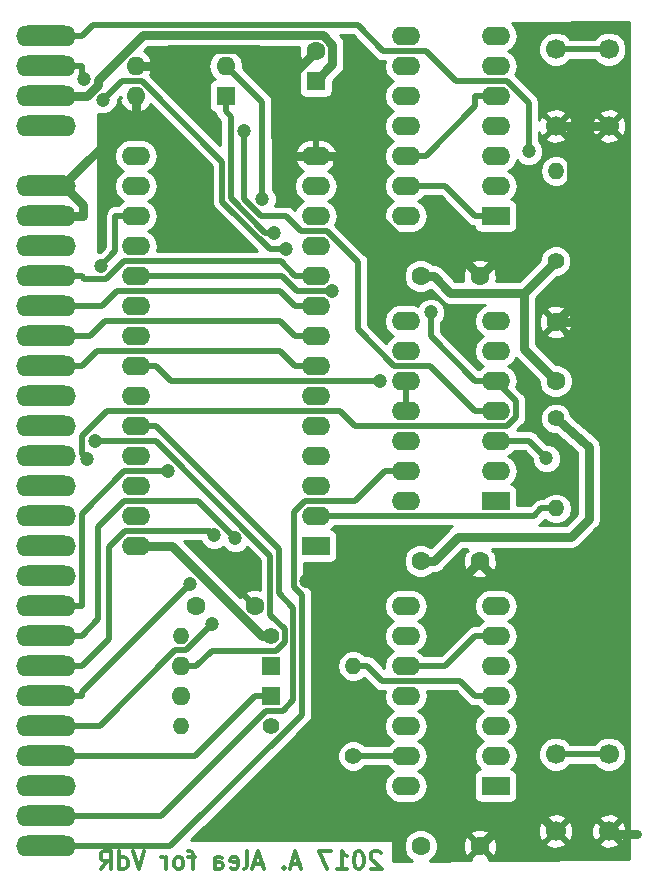
<source format=gbl>
G04 #@! TF.GenerationSoftware,KiCad,Pcbnew,5.0.0-rc2-be01b52~65~ubuntu18.04.1*
G04 #@! TF.CreationDate,2018-06-04T22:25:22+04:00*
G04 #@! TF.ProjectId,007_mini,3030375F6D696E692E6B696361645F70,rev?*
G04 #@! TF.SameCoordinates,Original*
G04 #@! TF.FileFunction,Copper,L2,Bot,Signal*
G04 #@! TF.FilePolarity,Positive*
%FSLAX46Y46*%
G04 Gerber Fmt 4.6, Leading zero omitted, Abs format (unit mm)*
G04 Created by KiCad (PCBNEW 5.0.0-rc2-be01b52~65~ubuntu18.04.1) date Mon Jun  4 22:25:22 2018*
%MOMM*%
%LPD*%
G01*
G04 APERTURE LIST*
G04 #@! TA.AperFunction,NonConductor*
%ADD10C,0.300000*%
G04 #@! TD*
G04 #@! TA.AperFunction,ComponentPad*
%ADD11C,1.700000*%
G04 #@! TD*
G04 #@! TA.AperFunction,ComponentPad*
%ADD12C,1.600000*%
G04 #@! TD*
G04 #@! TA.AperFunction,ComponentPad*
%ADD13R,1.600000X1.600000*%
G04 #@! TD*
G04 #@! TA.AperFunction,ComponentPad*
%ADD14O,1.600000X1.600000*%
G04 #@! TD*
G04 #@! TA.AperFunction,ComponentPad*
%ADD15C,1.400000*%
G04 #@! TD*
G04 #@! TA.AperFunction,ComponentPad*
%ADD16O,1.400000X1.400000*%
G04 #@! TD*
G04 #@! TA.AperFunction,ComponentPad*
%ADD17O,2.400000X1.600000*%
G04 #@! TD*
G04 #@! TA.AperFunction,ComponentPad*
%ADD18R,2.400000X1.600000*%
G04 #@! TD*
G04 #@! TA.AperFunction,ConnectorPad*
%ADD19O,5.080000X1.778000*%
G04 #@! TD*
G04 #@! TA.AperFunction,ViaPad*
%ADD20C,1.200000*%
G04 #@! TD*
G04 #@! TA.AperFunction,Conductor*
%ADD21C,0.762000*%
G04 #@! TD*
G04 #@! TA.AperFunction,Conductor*
%ADD22C,0.508000*%
G04 #@! TD*
G04 #@! TA.AperFunction,Conductor*
%ADD23C,0.254000*%
G04 #@! TD*
G04 APERTURE END LIST*
D10*
X115997142Y-121241428D02*
X115925714Y-121170000D01*
X115782857Y-121098571D01*
X115425714Y-121098571D01*
X115282857Y-121170000D01*
X115211428Y-121241428D01*
X115140000Y-121384285D01*
X115140000Y-121527142D01*
X115211428Y-121741428D01*
X116068571Y-122598571D01*
X115140000Y-122598571D01*
X114211428Y-121098571D02*
X114068571Y-121098571D01*
X113925714Y-121170000D01*
X113854285Y-121241428D01*
X113782857Y-121384285D01*
X113711428Y-121670000D01*
X113711428Y-122027142D01*
X113782857Y-122312857D01*
X113854285Y-122455714D01*
X113925714Y-122527142D01*
X114068571Y-122598571D01*
X114211428Y-122598571D01*
X114354285Y-122527142D01*
X114425714Y-122455714D01*
X114497142Y-122312857D01*
X114568571Y-122027142D01*
X114568571Y-121670000D01*
X114497142Y-121384285D01*
X114425714Y-121241428D01*
X114354285Y-121170000D01*
X114211428Y-121098571D01*
X112282857Y-122598571D02*
X113140000Y-122598571D01*
X112711428Y-122598571D02*
X112711428Y-121098571D01*
X112854285Y-121312857D01*
X112997142Y-121455714D01*
X113140000Y-121527142D01*
X111782857Y-121098571D02*
X110782857Y-121098571D01*
X111425714Y-122598571D01*
X109140000Y-122170000D02*
X108425714Y-122170000D01*
X109282857Y-122598571D02*
X108782857Y-121098571D01*
X108282857Y-122598571D01*
X107782857Y-122455714D02*
X107711428Y-122527142D01*
X107782857Y-122598571D01*
X107854285Y-122527142D01*
X107782857Y-122455714D01*
X107782857Y-122598571D01*
X105997142Y-122170000D02*
X105282857Y-122170000D01*
X106140000Y-122598571D02*
X105640000Y-121098571D01*
X105140000Y-122598571D01*
X104425714Y-122598571D02*
X104568571Y-122527142D01*
X104640000Y-122384285D01*
X104640000Y-121098571D01*
X103282857Y-122527142D02*
X103425714Y-122598571D01*
X103711428Y-122598571D01*
X103854285Y-122527142D01*
X103925714Y-122384285D01*
X103925714Y-121812857D01*
X103854285Y-121670000D01*
X103711428Y-121598571D01*
X103425714Y-121598571D01*
X103282857Y-121670000D01*
X103211428Y-121812857D01*
X103211428Y-121955714D01*
X103925714Y-122098571D01*
X101925714Y-122598571D02*
X101925714Y-121812857D01*
X101997142Y-121670000D01*
X102140000Y-121598571D01*
X102425714Y-121598571D01*
X102568571Y-121670000D01*
X101925714Y-122527142D02*
X102068571Y-122598571D01*
X102425714Y-122598571D01*
X102568571Y-122527142D01*
X102640000Y-122384285D01*
X102640000Y-122241428D01*
X102568571Y-122098571D01*
X102425714Y-122027142D01*
X102068571Y-122027142D01*
X101925714Y-121955714D01*
X100282857Y-121598571D02*
X99711428Y-121598571D01*
X100068571Y-122598571D02*
X100068571Y-121312857D01*
X99997142Y-121170000D01*
X99854285Y-121098571D01*
X99711428Y-121098571D01*
X98997142Y-122598571D02*
X99140000Y-122527142D01*
X99211428Y-122455714D01*
X99282857Y-122312857D01*
X99282857Y-121884285D01*
X99211428Y-121741428D01*
X99140000Y-121670000D01*
X98997142Y-121598571D01*
X98782857Y-121598571D01*
X98640000Y-121670000D01*
X98568571Y-121741428D01*
X98497142Y-121884285D01*
X98497142Y-122312857D01*
X98568571Y-122455714D01*
X98640000Y-122527142D01*
X98782857Y-122598571D01*
X98997142Y-122598571D01*
X97854285Y-122598571D02*
X97854285Y-121598571D01*
X97854285Y-121884285D02*
X97782857Y-121741428D01*
X97711428Y-121670000D01*
X97568571Y-121598571D01*
X97425714Y-121598571D01*
X95997142Y-121098571D02*
X95497142Y-122598571D01*
X94997142Y-121098571D01*
X93854285Y-122598571D02*
X93854285Y-121098571D01*
X93854285Y-122527142D02*
X93997142Y-122598571D01*
X94282857Y-122598571D01*
X94425714Y-122527142D01*
X94497142Y-122455714D01*
X94568571Y-122312857D01*
X94568571Y-121884285D01*
X94497142Y-121741428D01*
X94425714Y-121670000D01*
X94282857Y-121598571D01*
X93997142Y-121598571D01*
X93854285Y-121670000D01*
X92282857Y-122598571D02*
X92782857Y-121884285D01*
X93140000Y-122598571D02*
X93140000Y-121098571D01*
X92568571Y-121098571D01*
X92425714Y-121170000D01*
X92354285Y-121241428D01*
X92282857Y-121384285D01*
X92282857Y-121598571D01*
X92354285Y-121741428D01*
X92425714Y-121812857D01*
X92568571Y-121884285D01*
X93140000Y-121884285D01*
D11*
G04 #@! TO.P,SW1,4*
G04 #@! TO.N,Net-(R4-Pad2)*
X135310000Y-53190000D03*
G04 #@! TO.P,SW1,3*
G04 #@! TO.N,GND*
X135310000Y-59690000D03*
G04 #@! TO.P,SW1,2*
G04 #@! TO.N,Net-(R4-Pad2)*
X130810000Y-53190000D03*
G04 #@! TO.P,SW1,1*
G04 #@! TO.N,GND*
X130810000Y-59690000D03*
G04 #@! TD*
D12*
G04 #@! TO.P,C1,1*
G04 #@! TO.N,+5V*
X130810000Y-81280000D03*
G04 #@! TO.P,C1,2*
G04 #@! TO.N,GND*
X130810000Y-76280000D03*
G04 #@! TD*
D13*
G04 #@! TO.P,D1,1*
G04 #@! TO.N,Net-(D1-Pad1)*
X106680000Y-105410000D03*
D14*
G04 #@! TO.P,D1,2*
G04 #@! TO.N,NMI*
X99060000Y-105410000D03*
G04 #@! TD*
G04 #@! TO.P,D2,2*
G04 #@! TO.N,Net-(D2-Pad2)*
X99060000Y-107950000D03*
D13*
G04 #@! TO.P,D2,1*
G04 #@! TO.N,ROMCS*
X106680000Y-107950000D03*
G04 #@! TD*
D15*
G04 #@! TO.P,R1,1*
G04 #@! TO.N,+5V*
X106680000Y-102870000D03*
D16*
G04 #@! TO.P,R1,2*
G04 #@! TO.N,ROMA11*
X99060000Y-102870000D03*
G04 #@! TD*
D15*
G04 #@! TO.P,R2,1*
G04 #@! TO.N,+5V*
X130810000Y-84455000D03*
D16*
G04 #@! TO.P,R2,2*
G04 #@! TO.N,ROMA12*
X130810000Y-92075000D03*
G04 #@! TD*
G04 #@! TO.P,R3,2*
G04 #@! TO.N,Net-(C6-Pad1)*
X113665000Y-105410000D03*
D15*
G04 #@! TO.P,R3,1*
G04 #@! TO.N,Net-(R3-Pad1)*
X113665000Y-113030000D03*
G04 #@! TD*
D11*
G04 #@! TO.P,SW2,1*
G04 #@! TO.N,GND*
X130810000Y-119380000D03*
G04 #@! TO.P,SW2,2*
G04 #@! TO.N,RESET*
X130810000Y-112880000D03*
G04 #@! TO.P,SW2,3*
G04 #@! TO.N,GND*
X135310000Y-119380000D03*
G04 #@! TO.P,SW2,4*
G04 #@! TO.N,RESET*
X135310000Y-112880000D03*
G04 #@! TD*
D17*
G04 #@! TO.P,U3,14*
G04 #@! TO.N,N/C*
X118110000Y-115570000D03*
G04 #@! TO.P,U3,7*
X125730000Y-100330000D03*
G04 #@! TO.P,U3,13*
G04 #@! TO.N,Net-(R3-Pad1)*
X118110000Y-113030000D03*
G04 #@! TO.P,U3,6*
G04 #@! TO.N,Net-(U3-Pad10)*
X125730000Y-102870000D03*
G04 #@! TO.P,U3,12*
G04 #@! TO.N,Net-(U1-Pad22)*
X118110000Y-110490000D03*
G04 #@! TO.P,U3,5*
G04 #@! TO.N,Net-(C6-Pad1)*
X125730000Y-105410000D03*
G04 #@! TO.P,U3,11*
G04 #@! TO.N,Net-(U3-Pad10)*
X118110000Y-107950000D03*
G04 #@! TO.P,U3,4*
G04 #@! TO.N,Net-(C6-Pad1)*
X125730000Y-107950000D03*
G04 #@! TO.P,U3,10*
G04 #@! TO.N,Net-(U3-Pad10)*
X118110000Y-105410000D03*
G04 #@! TO.P,U3,3*
G04 #@! TO.N,Net-(C6-Pad1)*
X125730000Y-110490000D03*
G04 #@! TO.P,U3,9*
G04 #@! TO.N,Net-(R3-Pad1)*
X118110000Y-102870000D03*
G04 #@! TO.P,U3,2*
G04 #@! TO.N,Net-(U2-Pad6)*
X125730000Y-113030000D03*
G04 #@! TO.P,U3,8*
G04 #@! TO.N,Net-(D1-Pad1)*
X118110000Y-100330000D03*
D18*
G04 #@! TO.P,U3,1*
G04 #@! TO.N,Net-(U2-Pad12)*
X125730000Y-115570000D03*
G04 #@! TD*
D19*
G04 #@! TO.P,J1,A28*
G04 #@! TO.N,/A11*
X87630000Y-120650000D03*
G04 #@! TO.P,J1,A27*
G04 #@! TO.N,/A9*
X87630000Y-118110000D03*
G04 #@! TO.P,J1,A26*
G04 #@! TO.N,N/C*
X87630000Y-115570000D03*
G04 #@! TO.P,J1,A25*
G04 #@! TO.N,ROMCS*
X87630000Y-113030000D03*
G04 #@! TO.P,J1,A24*
G04 #@! TO.N,/A4*
X87630000Y-110490000D03*
G04 #@! TO.P,J1,A23*
G04 #@! TO.N,/A5*
X87630000Y-107950000D03*
G04 #@! TO.P,J1,A22*
G04 #@! TO.N,/A6*
X87630000Y-105410000D03*
G04 #@! TO.P,J1,A21*
G04 #@! TO.N,/A7*
X87630000Y-102870000D03*
G04 #@! TO.P,J1,A20*
G04 #@! TO.N,RESET*
X87630000Y-100330000D03*
G04 #@! TO.P,J1,A19*
G04 #@! TO.N,N/C*
X87630000Y-97790000D03*
G04 #@! TO.P,J1,A18*
X87630000Y-95250000D03*
G04 #@! TO.P,J1,A17*
X87630000Y-92710000D03*
G04 #@! TO.P,J1,A16*
X87630000Y-90170000D03*
G04 #@! TO.P,J1,A15*
X87630000Y-87630000D03*
G04 #@! TO.P,J1,A14*
X87630000Y-85090000D03*
G04 #@! TO.P,J1,A13*
X87630000Y-82550000D03*
G04 #@! TO.P,J1,A12*
G04 #@! TO.N,/A3*
X87630000Y-80010000D03*
G04 #@! TO.P,J1,A11*
G04 #@! TO.N,/A2*
X87630000Y-77470000D03*
G04 #@! TO.P,J1,A10*
G04 #@! TO.N,/A1*
X87630000Y-74930000D03*
G04 #@! TO.P,J1,A9*
G04 #@! TO.N,/A0*
X87630000Y-72390000D03*
G04 #@! TO.P,J1,A8*
G04 #@! TO.N,N/C*
X87630000Y-69850000D03*
G04 #@! TO.P,J1,A7*
G04 #@! TO.N,GND*
X87630000Y-67310000D03*
G04 #@! TO.P,J1,A6*
X87630000Y-64770000D03*
G04 #@! TO.P,J1,A4*
G04 #@! TO.N,N/C*
X87630000Y-59690000D03*
G04 #@! TO.P,J1,A3*
G04 #@! TO.N,+5V*
X87630000Y-57150000D03*
G04 #@! TO.P,J1,A2*
G04 #@! TO.N,/A12*
X87630000Y-54610000D03*
G04 #@! TO.P,J1,A1*
G04 #@! TO.N,/A14*
X87630000Y-52070000D03*
G04 #@! TD*
D12*
G04 #@! TO.P,C3,1*
G04 #@! TO.N,+5V*
X119380000Y-72390000D03*
G04 #@! TO.P,C3,2*
G04 #@! TO.N,GND*
X124380000Y-72390000D03*
G04 #@! TD*
G04 #@! TO.P,C4,2*
G04 #@! TO.N,GND*
X124380000Y-96520000D03*
G04 #@! TO.P,C4,1*
G04 #@! TO.N,+5V*
X119380000Y-96520000D03*
G04 #@! TD*
G04 #@! TO.P,C6,1*
G04 #@! TO.N,Net-(C6-Pad1)*
X100330000Y-100330000D03*
G04 #@! TO.P,C6,2*
G04 #@! TO.N,GND*
X105330000Y-100330000D03*
G04 #@! TD*
D15*
G04 #@! TO.P,R4,1*
G04 #@! TO.N,+5V*
X130810000Y-71120000D03*
D16*
G04 #@! TO.P,R4,2*
G04 #@! TO.N,Net-(R4-Pad2)*
X130810000Y-63500000D03*
G04 #@! TD*
G04 #@! TO.P,R5,2*
G04 #@! TO.N,Net-(D2-Pad2)*
X99060000Y-110490000D03*
D15*
G04 #@! TO.P,R5,1*
G04 #@! TO.N,+5V*
X106680000Y-110490000D03*
G04 #@! TD*
D13*
G04 #@! TO.P,SW3,1*
G04 #@! TO.N,ROMA12*
X102870000Y-57150000D03*
D14*
G04 #@! TO.P,SW3,3*
G04 #@! TO.N,GND*
X95250000Y-54610000D03*
G04 #@! TO.P,SW3,2*
G04 #@! TO.N,ROMA11*
X102870000Y-54610000D03*
G04 #@! TO.P,SW3,4*
G04 #@! TO.N,GND*
X95250000Y-57150000D03*
G04 #@! TD*
D18*
G04 #@! TO.P,U5,1*
G04 #@! TO.N,RESET*
X125730000Y-67310000D03*
D17*
G04 #@! TO.P,U5,8*
G04 #@! TO.N,Net-(U2-Pad10)*
X118110000Y-52070000D03*
G04 #@! TO.P,U5,2*
G04 #@! TO.N,N/C*
X125730000Y-64770000D03*
G04 #@! TO.P,U5,9*
G04 #@! TO.N,Net-(R3-Pad1)*
X118110000Y-54610000D03*
G04 #@! TO.P,U5,3*
G04 #@! TO.N,N/C*
X125730000Y-62230000D03*
G04 #@! TO.P,U5,10*
X118110000Y-57150000D03*
G04 #@! TO.P,U5,4*
G04 #@! TO.N,Net-(R4-Pad2)*
X125730000Y-59690000D03*
G04 #@! TO.P,U5,11*
G04 #@! TO.N,MREQ*
X118110000Y-59690000D03*
G04 #@! TO.P,U5,5*
G04 #@! TO.N,Net-(U5-Pad12)*
X125730000Y-57150000D03*
G04 #@! TO.P,U5,12*
X118110000Y-62230000D03*
G04 #@! TO.P,U5,6*
G04 #@! TO.N,N/C*
X125730000Y-54610000D03*
G04 #@! TO.P,U5,13*
G04 #@! TO.N,RESET*
X118110000Y-64770000D03*
G04 #@! TO.P,U5,7*
G04 #@! TO.N,N/C*
X125730000Y-52070000D03*
G04 #@! TO.P,U5,14*
X118110000Y-67310000D03*
G04 #@! TD*
D12*
G04 #@! TO.P,C2,1*
G04 #@! TO.N,+5V*
X119380000Y-120650000D03*
G04 #@! TO.P,C2,2*
G04 #@! TO.N,GND*
X124380000Y-120650000D03*
G04 #@! TD*
D13*
G04 #@! TO.P,C5,1*
G04 #@! TO.N,+5V*
X110490000Y-55880000D03*
D12*
G04 #@! TO.P,C5,2*
G04 #@! TO.N,GND*
X110490000Y-53380000D03*
G04 #@! TD*
D18*
G04 #@! TO.P,U2,1*
G04 #@! TO.N,/A15*
X125730000Y-91440000D03*
D17*
G04 #@! TO.P,U2,8*
G04 #@! TO.N,Net-(D2-Pad2)*
X118110000Y-76200000D03*
G04 #@! TO.P,U2,2*
G04 #@! TO.N,/A13*
X125730000Y-88900000D03*
G04 #@! TO.P,U2,9*
G04 #@! TO.N,Net-(U2-Pad10)*
X118110000Y-78740000D03*
G04 #@! TO.P,U2,3*
G04 #@! TO.N,/A14*
X125730000Y-86360000D03*
G04 #@! TO.P,U2,10*
G04 #@! TO.N,Net-(U2-Pad10)*
X118110000Y-81280000D03*
G04 #@! TO.P,U2,4*
G04 #@! TO.N,/A12*
X125730000Y-83820000D03*
G04 #@! TO.P,U2,11*
G04 #@! TO.N,Net-(U2-Pad10)*
X118110000Y-83820000D03*
G04 #@! TO.P,U2,5*
G04 #@! TO.N,MREQ*
X125730000Y-81280000D03*
G04 #@! TO.P,U2,12*
G04 #@! TO.N,Net-(U2-Pad12)*
X118110000Y-86360000D03*
G04 #@! TO.P,U2,6*
G04 #@! TO.N,Net-(U2-Pad6)*
X125730000Y-78740000D03*
G04 #@! TO.P,U2,13*
G04 #@! TO.N,/A11*
X118110000Y-88900000D03*
G04 #@! TO.P,U2,7*
G04 #@! TO.N,N/C*
X125730000Y-76200000D03*
G04 #@! TO.P,U2,14*
X118110000Y-91440000D03*
G04 #@! TD*
D18*
G04 #@! TO.P,U1,1*
G04 #@! TO.N,N/C*
X110490000Y-95250000D03*
D17*
G04 #@! TO.P,U1,15*
G04 #@! TO.N,/D3*
X95250000Y-62230000D03*
G04 #@! TO.P,U1,2*
G04 #@! TO.N,ROMA12*
X110490000Y-92710000D03*
G04 #@! TO.P,U1,16*
G04 #@! TO.N,/D4*
X95250000Y-64770000D03*
G04 #@! TO.P,U1,3*
G04 #@! TO.N,/A7*
X110490000Y-90170000D03*
G04 #@! TO.P,U1,17*
G04 #@! TO.N,/D5*
X95250000Y-67310000D03*
G04 #@! TO.P,U1,4*
G04 #@! TO.N,/A6*
X110490000Y-87630000D03*
G04 #@! TO.P,U1,18*
G04 #@! TO.N,/D6*
X95250000Y-69850000D03*
G04 #@! TO.P,U1,5*
G04 #@! TO.N,/A5*
X110490000Y-85090000D03*
G04 #@! TO.P,U1,19*
G04 #@! TO.N,/D7*
X95250000Y-72390000D03*
G04 #@! TO.P,U1,6*
G04 #@! TO.N,/A4*
X110490000Y-82550000D03*
G04 #@! TO.P,U1,20*
G04 #@! TO.N,/RD*
X95250000Y-74930000D03*
G04 #@! TO.P,U1,7*
G04 #@! TO.N,/A3*
X110490000Y-80010000D03*
G04 #@! TO.P,U1,21*
G04 #@! TO.N,/A10*
X95250000Y-77470000D03*
G04 #@! TO.P,U1,8*
G04 #@! TO.N,/A2*
X110490000Y-77470000D03*
G04 #@! TO.P,U1,22*
G04 #@! TO.N,Net-(U1-Pad22)*
X95250000Y-80010000D03*
G04 #@! TO.P,U1,9*
G04 #@! TO.N,/A1*
X110490000Y-74930000D03*
G04 #@! TO.P,U1,23*
G04 #@! TO.N,ROMA11*
X95250000Y-82550000D03*
G04 #@! TO.P,U1,10*
G04 #@! TO.N,/A0*
X110490000Y-72390000D03*
G04 #@! TO.P,U1,24*
G04 #@! TO.N,/A9*
X95250000Y-85090000D03*
G04 #@! TO.P,U1,11*
G04 #@! TO.N,/D0*
X110490000Y-69850000D03*
G04 #@! TO.P,U1,25*
G04 #@! TO.N,/A8*
X95250000Y-87630000D03*
G04 #@! TO.P,U1,12*
G04 #@! TO.N,/D1*
X110490000Y-67310000D03*
G04 #@! TO.P,U1,26*
G04 #@! TO.N,N/C*
X95250000Y-90170000D03*
G04 #@! TO.P,U1,13*
G04 #@! TO.N,/D2*
X110490000Y-64770000D03*
G04 #@! TO.P,U1,27*
G04 #@! TO.N,Net-(JP1-Pad2)*
X95250000Y-92710000D03*
G04 #@! TO.P,U1,14*
G04 #@! TO.N,GND*
X110490000Y-62230000D03*
G04 #@! TO.P,U1,28*
G04 #@! TO.N,+5V*
X95250000Y-95250000D03*
G04 #@! TD*
D20*
G04 #@! TO.N,GND*
X109696000Y-98258900D03*
G04 #@! TO.N,/D5*
X92288000Y-71567600D03*
G04 #@! TO.N,/D7*
X92489200Y-57481900D03*
X108016200Y-70078000D03*
X111912400Y-73660000D03*
G04 #@! TO.N,/A14*
X130022600Y-87833200D03*
X128520000Y-61846500D03*
G04 #@! TO.N,/A12*
X90861100Y-55754600D03*
X104409000Y-60074300D03*
G04 #@! TO.N,/A7*
X103698000Y-94609600D03*
G04 #@! TO.N,/A6*
X101892000Y-94363800D03*
G04 #@! TO.N,/A5*
X99819000Y-98451400D03*
G04 #@! TO.N,/A4*
X101710000Y-101853000D03*
G04 #@! TO.N,NMI*
X91779000Y-86360100D03*
G04 #@! TO.N,MREQ*
X91109900Y-87866800D03*
X120238000Y-75468800D03*
G04 #@! TO.N,RESET*
X97982000Y-88900100D03*
G04 #@! TO.N,ROMA11*
X105947900Y-65861000D03*
G04 #@! TO.N,ROMA12*
X106961900Y-68715200D03*
G04 #@! TO.N,Net-(U1-Pad22)*
X115899000Y-81280000D03*
G04 #@! TD*
D21*
G04 #@! TO.N,GND*
X95250000Y-54610000D02*
X96685000Y-54610000D01*
X108145500Y-55724500D02*
X105628000Y-53207000D01*
X105628000Y-53207000D02*
X98088000Y-53207000D01*
X98088000Y-53207000D02*
X96685000Y-54610000D01*
X108145500Y-55724500D02*
X107051000Y-56819000D01*
X107051000Y-56819000D02*
X107051000Y-60626000D01*
X107051000Y-60626000D02*
X108655000Y-62230000D01*
X108655000Y-62230000D02*
X110490000Y-62230000D01*
X110490000Y-53380000D02*
X108145500Y-55724500D01*
X95250000Y-57150000D02*
X95250000Y-58585000D01*
X89217500Y-64770000D02*
X90805000Y-66357500D01*
X90805000Y-66357500D02*
X90805000Y-67310000D01*
X90805000Y-67310000D02*
X87630000Y-67310000D01*
X87630000Y-64770000D02*
X89217500Y-64770000D01*
X95250000Y-58585000D02*
X89217500Y-64617500D01*
X89217500Y-64617500D02*
X89217500Y-64770000D01*
X137697200Y-119635400D02*
X135565400Y-119635400D01*
X135565400Y-119635400D02*
X135310000Y-119380000D01*
X128618000Y-117188000D02*
X127842000Y-117188000D01*
X127842000Y-117188000D02*
X124380000Y-120650000D01*
X128618000Y-97498100D02*
X128618000Y-117188000D01*
X124354000Y-96599700D02*
X122694000Y-98258900D01*
X122694000Y-98258900D02*
X109696000Y-98258900D01*
X124380000Y-96520000D02*
X124354000Y-96546500D01*
X124354000Y-96546500D02*
X124354000Y-96599700D01*
X126942000Y-69827500D02*
X124380000Y-72390000D01*
X110490000Y-62230000D02*
X112325000Y-62230000D01*
X112325000Y-62230000D02*
X112325000Y-63942800D01*
X112325000Y-63942800D02*
X118554000Y-70171400D01*
X118554000Y-70171400D02*
X122161000Y-70171400D01*
X122161000Y-70171400D02*
X124380000Y-72390000D01*
X130810000Y-59690000D02*
X132095000Y-59690000D01*
X132095000Y-59690000D02*
X135310000Y-59690000D01*
X124354000Y-96599700D02*
X125252000Y-97498100D01*
X125252000Y-97498100D02*
X128618000Y-97498100D01*
X128618000Y-117188000D02*
X130810000Y-119380000D01*
X128618000Y-97498100D02*
X135382000Y-95250000D01*
X124380000Y-72390000D02*
X127682000Y-69088000D01*
X131079000Y-69088000D02*
X132095000Y-68072000D01*
X127682000Y-69088000D02*
X131079000Y-69088000D01*
X132095000Y-59690000D02*
X132095000Y-68072000D01*
X134446000Y-76280000D02*
X135382000Y-77216000D01*
X130810000Y-76280000D02*
X134446000Y-76280000D01*
X135382000Y-95250000D02*
X135382000Y-77216000D01*
X132842000Y-74248000D02*
X130810000Y-76280000D01*
X131079000Y-69088000D02*
X132842000Y-70851000D01*
X132842000Y-70851000D02*
X132842000Y-74248000D01*
D22*
G04 #@! TO.N,/D5*
X95250000Y-67310000D02*
X93542000Y-67310000D01*
X93542000Y-67310000D02*
X93542000Y-70313600D01*
X93542000Y-70313600D02*
X92288000Y-71567600D01*
G04 #@! TO.N,/D7*
X108016200Y-70078000D02*
X106587100Y-70078000D01*
X106587100Y-70078000D02*
X102602400Y-66093300D01*
X102602400Y-66093300D02*
X102602400Y-62718600D01*
X102602400Y-62718600D02*
X95779400Y-55895600D01*
X95779400Y-55895600D02*
X94075500Y-55895600D01*
X94075500Y-55895600D02*
X92489200Y-57481900D01*
X95250000Y-72390000D02*
X107648400Y-72390000D01*
X107648400Y-72390000D02*
X108918400Y-73660000D01*
X108918400Y-73660000D02*
X111912400Y-73660000D01*
D21*
G04 #@! TO.N,+5V*
X90805000Y-57150000D02*
X91136400Y-57150000D01*
X91136400Y-57150000D02*
X92042400Y-56244000D01*
X92042400Y-56244000D02*
X92042400Y-55833700D01*
X92042400Y-55833700D02*
X95891400Y-51984700D01*
X95891400Y-51984700D02*
X111074000Y-51984700D01*
X111074000Y-51984700D02*
X111893700Y-52804400D01*
X111893700Y-52804400D02*
X111893700Y-54476300D01*
X111893700Y-54476300D02*
X110490000Y-55880000D01*
X87630000Y-57150000D02*
X90805000Y-57150000D01*
X130810000Y-71120000D02*
X128117000Y-73813100D01*
X130810000Y-81280000D02*
X128117000Y-78586900D01*
X128117000Y-78586900D02*
X128117000Y-73813100D01*
X128117000Y-73813100D02*
X121892000Y-73813100D01*
X121892000Y-73813100D02*
X120469000Y-72390000D01*
X120469000Y-72390000D02*
X119380000Y-72390000D01*
X95250000Y-95250000D02*
X98296000Y-95250000D01*
X98296000Y-95250000D02*
X105916000Y-102870000D01*
X105916000Y-102870000D02*
X106680000Y-102870000D01*
X133604000Y-86868000D02*
X130810000Y-84455000D01*
X132080000Y-94488000D02*
X133604000Y-92964000D01*
X122543370Y-94488000D02*
X132080000Y-94488000D01*
X133604000Y-92964000D02*
X133604000Y-86868000D01*
X119380000Y-96520000D02*
X120511370Y-96520000D01*
X120511370Y-96520000D02*
X122543370Y-94488000D01*
D22*
G04 #@! TO.N,/A14*
X87630000Y-52070000D02*
X90678000Y-52070000D01*
X91607100Y-51140900D02*
X90678000Y-52070000D01*
X114033200Y-51140900D02*
X91607100Y-51140900D01*
X116232300Y-53340000D02*
X114033200Y-51140900D01*
X119812100Y-53340000D02*
X116232300Y-53340000D01*
X122367700Y-55895600D02*
X119812100Y-53340000D01*
X126704200Y-55895600D02*
X122367700Y-55895600D01*
X128520000Y-57711400D02*
X126704200Y-55895600D01*
X128520000Y-61846500D02*
X128520000Y-57711400D01*
X128549400Y-86360000D02*
X130022600Y-87833200D01*
X125730000Y-86360000D02*
X128549400Y-86360000D01*
G04 #@! TO.N,/A12*
X125730000Y-83820000D02*
X123947300Y-83820000D01*
X123947300Y-83820000D02*
X120137300Y-80010000D01*
X120137300Y-80010000D02*
X117150900Y-80010000D01*
X117150900Y-80010000D02*
X114049500Y-76908600D01*
X114049500Y-76908600D02*
X114049500Y-71209300D01*
X114049500Y-71209300D02*
X111435800Y-68595600D01*
X111435800Y-68595600D02*
X109239600Y-68595600D01*
X109239600Y-68595600D02*
X107989200Y-67345200D01*
X107989200Y-67345200D02*
X105903800Y-67345200D01*
X105903800Y-67345200D02*
X104409000Y-65850400D01*
X104409000Y-65850400D02*
X104409000Y-60074300D01*
X87630000Y-54610000D02*
X90678000Y-54610000D01*
X90861100Y-55754600D02*
X90678000Y-55571500D01*
X90678000Y-55571500D02*
X90678000Y-54610000D01*
G04 #@! TO.N,/A0*
X110490000Y-72390000D02*
X108782000Y-72390000D01*
X108782000Y-72390000D02*
X107518000Y-71125500D01*
X107518000Y-71125500D02*
X94245000Y-71125500D01*
X94245000Y-71125500D02*
X92748600Y-72621900D01*
X92748600Y-72621900D02*
X90909900Y-72621900D01*
X90909900Y-72621900D02*
X90678000Y-72390000D01*
X90678000Y-72390000D02*
X87630000Y-72390000D01*
G04 #@! TO.N,/A1*
X110490000Y-74930000D02*
X108782000Y-74930000D01*
X108782000Y-74930000D02*
X107512000Y-73660000D01*
X107512000Y-73660000D02*
X93669000Y-73660000D01*
X93669000Y-73660000D02*
X92399000Y-74930000D01*
X92399000Y-74930000D02*
X87630000Y-74930000D01*
G04 #@! TO.N,/A2*
X110490000Y-77470000D02*
X108782000Y-77470000D01*
X108782000Y-77470000D02*
X107512000Y-76200000D01*
X107512000Y-76200000D02*
X92667400Y-76200000D01*
X92667400Y-76200000D02*
X91397400Y-77470000D01*
X91397400Y-77470000D02*
X87630000Y-77470000D01*
G04 #@! TO.N,/A3*
X110490000Y-80010000D02*
X108782000Y-80010000D01*
X108782000Y-80010000D02*
X107512000Y-78740100D01*
X107512000Y-78740100D02*
X91947900Y-78740100D01*
X91947900Y-78740100D02*
X90678000Y-80010000D01*
X90678000Y-80010000D02*
X87630000Y-80010000D01*
G04 #@! TO.N,/A7*
X87630000Y-102870000D02*
X90678000Y-102870000D01*
X90678000Y-102870000D02*
X92076500Y-101472000D01*
X92076500Y-101472000D02*
X92076500Y-93626200D01*
X92076500Y-93626200D02*
X94262700Y-91440000D01*
X94262700Y-91440000D02*
X100528000Y-91440000D01*
X100528000Y-91440000D02*
X103698000Y-94609600D01*
G04 #@! TO.N,/A6*
X87630000Y-105410000D02*
X90678000Y-105410000D01*
X90678000Y-105410000D02*
X92973700Y-103114000D01*
X92973700Y-103114000D02*
X92973700Y-95346600D01*
X92973700Y-95346600D02*
X94338400Y-93981900D01*
X94338400Y-93981900D02*
X101510000Y-93981900D01*
X101510000Y-93981900D02*
X101892000Y-94363800D01*
G04 #@! TO.N,/A5*
X99819000Y-98451400D02*
X90678000Y-107593000D01*
X90678000Y-107593000D02*
X90678000Y-107950000D01*
X90678000Y-107950000D02*
X87630000Y-107950000D01*
G04 #@! TO.N,/A4*
X101710000Y-101853000D02*
X99494000Y-104069000D01*
X99494000Y-104069000D02*
X98620000Y-104069000D01*
X98620000Y-104069000D02*
X92199500Y-110490000D01*
X92199500Y-110490000D02*
X87630000Y-110490000D01*
G04 #@! TO.N,/A9*
X95250000Y-85090000D02*
X96958000Y-85090000D01*
X96958000Y-85090000D02*
X107369000Y-95501200D01*
X107369000Y-95501200D02*
X107369000Y-99240400D01*
X107369000Y-99240400D02*
X108596000Y-100467000D01*
X108596000Y-100467000D02*
X108596000Y-108323000D01*
X108596000Y-108323000D02*
X107715000Y-109204000D01*
X107715000Y-109204000D02*
X106284000Y-109204000D01*
X106284000Y-109204000D02*
X97378000Y-118110000D01*
X97378000Y-118110000D02*
X87630000Y-118110000D01*
G04 #@! TO.N,/A11*
X118110000Y-88900000D02*
X116402000Y-88900000D01*
X116402000Y-88900000D02*
X113862000Y-91440000D01*
X113862000Y-91440000D02*
X109572000Y-91440000D01*
X109572000Y-91440000D02*
X108641000Y-92370100D01*
X108641000Y-92370100D02*
X108641000Y-98695600D01*
X108641000Y-98695600D02*
X109308000Y-99361900D01*
X109308000Y-99361900D02*
X109308000Y-109536000D01*
X109308000Y-109536000D02*
X98194000Y-120650000D01*
X98194000Y-120650000D02*
X87630000Y-120650000D01*
G04 #@! TO.N,NMI*
X99060000Y-105410000D02*
X100368000Y-105410000D01*
X100368000Y-105410000D02*
X101676000Y-104102000D01*
X101676000Y-104102000D02*
X107145000Y-104102000D01*
X107145000Y-104102000D02*
X107870000Y-103377000D01*
X107870000Y-103377000D02*
X107870000Y-102267000D01*
X107870000Y-102267000D02*
X106661000Y-101058000D01*
X106661000Y-101058000D02*
X106661000Y-96079400D01*
X106661000Y-96079400D02*
X96942000Y-86360100D01*
X96942000Y-86360100D02*
X91779000Y-86360100D01*
G04 #@! TO.N,ROMCS*
X106680000Y-107950000D02*
X105372000Y-107950000D01*
X105372000Y-107950000D02*
X100292000Y-113030000D01*
X100292000Y-113030000D02*
X87630000Y-113030000D01*
G04 #@! TO.N,MREQ*
X91109900Y-87866800D02*
X90724600Y-87481500D01*
X90724600Y-87481500D02*
X90724600Y-85913600D01*
X90724600Y-85913600D02*
X92802600Y-83835600D01*
X92802600Y-83835600D02*
X112533000Y-83835600D01*
X112533000Y-83835600D02*
X113787000Y-85090000D01*
X113787000Y-85090000D02*
X126670000Y-85090000D01*
X126670000Y-85090000D02*
X127422000Y-84337300D01*
X127422000Y-84337300D02*
X127422000Y-82972300D01*
X127422000Y-82972300D02*
X125730000Y-81280000D01*
X125730000Y-81280000D02*
X124022000Y-81280000D01*
X124022000Y-81280000D02*
X120238000Y-77496500D01*
X120238000Y-77496500D02*
X120238000Y-75468800D01*
G04 #@! TO.N,RESET*
X125730000Y-67310000D02*
X124022000Y-67310000D01*
X124022000Y-67310000D02*
X121482000Y-64770000D01*
X121482000Y-64770000D02*
X118110000Y-64770000D01*
X130810000Y-112880000D02*
X135310000Y-112880000D01*
X87630000Y-100330000D02*
X90678000Y-100330000D01*
X90678000Y-100330000D02*
X90678000Y-92522900D01*
X90678000Y-92522900D02*
X94300800Y-88900100D01*
X94300800Y-88900100D02*
X97982000Y-88900100D01*
G04 #@! TO.N,Net-(C6-Pad1)*
X125730000Y-107950000D02*
X124022000Y-107950000D01*
X124022000Y-107950000D02*
X122752000Y-106680000D01*
X122752000Y-106680000D02*
X116143000Y-106680000D01*
X116143000Y-106680000D02*
X114873000Y-105410000D01*
X114873000Y-105410000D02*
X113665000Y-105410000D01*
G04 #@! TO.N,ROMA11*
X105947900Y-65861000D02*
X105947900Y-57687900D01*
X105947900Y-57687900D02*
X102870000Y-54610000D01*
G04 #@! TO.N,ROMA12*
X102870000Y-58458000D02*
X103310700Y-58898700D01*
X103310700Y-58898700D02*
X103310700Y-65784100D01*
X103310700Y-65784100D02*
X106241800Y-68715200D01*
X106241800Y-68715200D02*
X106961900Y-68715200D01*
X102870000Y-57150000D02*
X102870000Y-58458000D01*
X110490000Y-92710000D02*
X128967000Y-92710000D01*
X128967000Y-92710000D02*
X129602000Y-92075000D01*
X129602000Y-92075000D02*
X130810000Y-92075000D01*
G04 #@! TO.N,Net-(R3-Pad1)*
X118110000Y-113030000D02*
X113665000Y-113030000D01*
G04 #@! TO.N,Net-(R4-Pad2)*
X130810000Y-53190000D02*
X135310000Y-53190000D01*
G04 #@! TO.N,Net-(U5-Pad12)*
X118110000Y-62230000D02*
X119818000Y-62230000D01*
X119818000Y-62230000D02*
X124022000Y-58026000D01*
X124022000Y-58026000D02*
X124022000Y-57150000D01*
X124022000Y-57150000D02*
X125730000Y-57150000D01*
G04 #@! TO.N,Net-(U2-Pad10)*
X118110000Y-83820000D02*
X118110000Y-81280000D01*
G04 #@! TO.N,Net-(U3-Pad10)*
X118110000Y-105410000D02*
X121482000Y-105410000D01*
X121482000Y-105410000D02*
X124022000Y-102870000D01*
X124022000Y-102870000D02*
X125730000Y-102870000D01*
G04 #@! TO.N,Net-(U1-Pad22)*
X95250000Y-80010000D02*
X96958000Y-80010000D01*
X96958000Y-80010000D02*
X98228000Y-81280000D01*
X98228000Y-81280000D02*
X115899000Y-81280000D01*
G04 #@! TD*
D23*
G04 #@! TO.N,GND*
G36*
X137033000Y-121793711D02*
X125147071Y-121860486D01*
X125208139Y-121657745D01*
X124380000Y-120829605D01*
X123551861Y-121657745D01*
X123615521Y-121869090D01*
X120139546Y-121888618D01*
X120192862Y-121866534D01*
X120596534Y-121462862D01*
X120815000Y-120935439D01*
X120815000Y-120433223D01*
X122933035Y-120433223D01*
X122960222Y-121003454D01*
X123126136Y-121404005D01*
X123372255Y-121478139D01*
X124200395Y-120650000D01*
X124559605Y-120650000D01*
X125387745Y-121478139D01*
X125633864Y-121404005D01*
X125826965Y-120866777D01*
X125805853Y-120423958D01*
X129945647Y-120423958D01*
X130025920Y-120675259D01*
X130581279Y-120876718D01*
X131171458Y-120850315D01*
X131594080Y-120675259D01*
X131674353Y-120423958D01*
X134445647Y-120423958D01*
X134525920Y-120675259D01*
X135081279Y-120876718D01*
X135671458Y-120850315D01*
X136094080Y-120675259D01*
X136174353Y-120423958D01*
X135310000Y-119559605D01*
X134445647Y-120423958D01*
X131674353Y-120423958D01*
X130810000Y-119559605D01*
X129945647Y-120423958D01*
X125805853Y-120423958D01*
X125799778Y-120296546D01*
X125633864Y-119895995D01*
X125387745Y-119821861D01*
X124559605Y-120650000D01*
X124200395Y-120650000D01*
X123372255Y-119821861D01*
X123126136Y-119895995D01*
X122933035Y-120433223D01*
X120815000Y-120433223D01*
X120815000Y-120364561D01*
X120596534Y-119837138D01*
X120401651Y-119642255D01*
X123551861Y-119642255D01*
X124380000Y-120470395D01*
X125208139Y-119642255D01*
X125134005Y-119396136D01*
X124596777Y-119203035D01*
X124026546Y-119230222D01*
X123625995Y-119396136D01*
X123551861Y-119642255D01*
X120401651Y-119642255D01*
X120192862Y-119433466D01*
X119665439Y-119215000D01*
X119094561Y-119215000D01*
X118567138Y-119433466D01*
X118163466Y-119837138D01*
X117945000Y-120364561D01*
X117945000Y-120935439D01*
X118163466Y-121462862D01*
X118567138Y-121866534D01*
X118640782Y-121897038D01*
X117067857Y-121905875D01*
X117067857Y-120130000D01*
X99971235Y-120130000D01*
X100949956Y-119151279D01*
X129313282Y-119151279D01*
X129339685Y-119741458D01*
X129514741Y-120164080D01*
X129766042Y-120244353D01*
X130630395Y-119380000D01*
X130989605Y-119380000D01*
X131853958Y-120244353D01*
X132105259Y-120164080D01*
X132306718Y-119608721D01*
X132286254Y-119151279D01*
X133813282Y-119151279D01*
X133839685Y-119741458D01*
X134014741Y-120164080D01*
X134266042Y-120244353D01*
X135130395Y-119380000D01*
X135489605Y-119380000D01*
X136353958Y-120244353D01*
X136605259Y-120164080D01*
X136806718Y-119608721D01*
X136780315Y-119018542D01*
X136605259Y-118595920D01*
X136353958Y-118515647D01*
X135489605Y-119380000D01*
X135130395Y-119380000D01*
X134266042Y-118515647D01*
X134014741Y-118595920D01*
X133813282Y-119151279D01*
X132286254Y-119151279D01*
X132280315Y-119018542D01*
X132105259Y-118595920D01*
X131853958Y-118515647D01*
X130989605Y-119380000D01*
X130630395Y-119380000D01*
X129766042Y-118515647D01*
X129514741Y-118595920D01*
X129313282Y-119151279D01*
X100949956Y-119151279D01*
X101765193Y-118336042D01*
X129945647Y-118336042D01*
X130810000Y-119200395D01*
X131674353Y-118336042D01*
X134445647Y-118336042D01*
X135310000Y-119200395D01*
X136174353Y-118336042D01*
X136094080Y-118084741D01*
X135538721Y-117883282D01*
X134948542Y-117909685D01*
X134525920Y-118084741D01*
X134445647Y-118336042D01*
X131674353Y-118336042D01*
X131594080Y-118084741D01*
X131038721Y-117883282D01*
X130448542Y-117909685D01*
X130025920Y-118084741D01*
X129945647Y-118336042D01*
X101765193Y-118336042D01*
X109874707Y-110226529D01*
X109948933Y-110176933D01*
X110039481Y-110041418D01*
X110145419Y-109882871D01*
X110214416Y-109536000D01*
X110197000Y-109448444D01*
X110197000Y-105410000D01*
X112303846Y-105410000D01*
X112407458Y-105930891D01*
X112702519Y-106372481D01*
X113144109Y-106667542D01*
X113533515Y-106745000D01*
X113796485Y-106745000D01*
X114185891Y-106667542D01*
X114597967Y-106392202D01*
X115452470Y-107246706D01*
X115502067Y-107320933D01*
X115796130Y-107517419D01*
X116055444Y-107569000D01*
X116055448Y-107569000D01*
X116142999Y-107586415D01*
X116230550Y-107569000D01*
X116322673Y-107569000D01*
X116246887Y-107950000D01*
X116358260Y-108509909D01*
X116675423Y-108984577D01*
X117027758Y-109220000D01*
X116675423Y-109455423D01*
X116358260Y-109930091D01*
X116246887Y-110490000D01*
X116358260Y-111049909D01*
X116675423Y-111524577D01*
X117027758Y-111760000D01*
X116675423Y-111995423D01*
X116578152Y-112141000D01*
X114663975Y-112141000D01*
X114421217Y-111898242D01*
X113930548Y-111695000D01*
X113399452Y-111695000D01*
X112908783Y-111898242D01*
X112533242Y-112273783D01*
X112330000Y-112764452D01*
X112330000Y-113295548D01*
X112533242Y-113786217D01*
X112908783Y-114161758D01*
X113399452Y-114365000D01*
X113930548Y-114365000D01*
X114421217Y-114161758D01*
X114663975Y-113919000D01*
X116578152Y-113919000D01*
X116675423Y-114064577D01*
X117027758Y-114300000D01*
X116675423Y-114535423D01*
X116358260Y-115010091D01*
X116246887Y-115570000D01*
X116358260Y-116129909D01*
X116675423Y-116604577D01*
X117150091Y-116921740D01*
X117568667Y-117005000D01*
X118651333Y-117005000D01*
X119069909Y-116921740D01*
X119544577Y-116604577D01*
X119861740Y-116129909D01*
X119973113Y-115570000D01*
X119861740Y-115010091D01*
X119544577Y-114535423D01*
X119192242Y-114300000D01*
X119544577Y-114064577D01*
X119861740Y-113589909D01*
X119973113Y-113030000D01*
X119861740Y-112470091D01*
X119544577Y-111995423D01*
X119192242Y-111760000D01*
X119544577Y-111524577D01*
X119861740Y-111049909D01*
X119973113Y-110490000D01*
X119861740Y-109930091D01*
X119544577Y-109455423D01*
X119192242Y-109220000D01*
X119544577Y-108984577D01*
X119861740Y-108509909D01*
X119973113Y-107950000D01*
X119897327Y-107569000D01*
X122383765Y-107569000D01*
X123331471Y-108516707D01*
X123381067Y-108590933D01*
X123675130Y-108787419D01*
X123934444Y-108839000D01*
X123934448Y-108839000D01*
X124021999Y-108856415D01*
X124109550Y-108839000D01*
X124198152Y-108839000D01*
X124295423Y-108984577D01*
X124647758Y-109220000D01*
X124295423Y-109455423D01*
X123978260Y-109930091D01*
X123866887Y-110490000D01*
X123978260Y-111049909D01*
X124295423Y-111524577D01*
X124647758Y-111760000D01*
X124295423Y-111995423D01*
X123978260Y-112470091D01*
X123866887Y-113030000D01*
X123978260Y-113589909D01*
X124295423Y-114064577D01*
X124416106Y-114145215D01*
X124282235Y-114171843D01*
X124072191Y-114312191D01*
X123931843Y-114522235D01*
X123882560Y-114770000D01*
X123882560Y-116370000D01*
X123931843Y-116617765D01*
X124072191Y-116827809D01*
X124282235Y-116968157D01*
X124530000Y-117017440D01*
X126930000Y-117017440D01*
X127177765Y-116968157D01*
X127387809Y-116827809D01*
X127528157Y-116617765D01*
X127577440Y-116370000D01*
X127577440Y-114770000D01*
X127528157Y-114522235D01*
X127387809Y-114312191D01*
X127177765Y-114171843D01*
X127043894Y-114145215D01*
X127164577Y-114064577D01*
X127481740Y-113589909D01*
X127593113Y-113030000D01*
X127504521Y-112584615D01*
X129325000Y-112584615D01*
X129325000Y-113175385D01*
X129551078Y-113721185D01*
X129968815Y-114138922D01*
X130514615Y-114365000D01*
X131105385Y-114365000D01*
X131651185Y-114138922D01*
X132021107Y-113769000D01*
X134098893Y-113769000D01*
X134468815Y-114138922D01*
X135014615Y-114365000D01*
X135605385Y-114365000D01*
X136151185Y-114138922D01*
X136568922Y-113721185D01*
X136795000Y-113175385D01*
X136795000Y-112584615D01*
X136568922Y-112038815D01*
X136151185Y-111621078D01*
X135605385Y-111395000D01*
X135014615Y-111395000D01*
X134468815Y-111621078D01*
X134098893Y-111991000D01*
X132021107Y-111991000D01*
X131651185Y-111621078D01*
X131105385Y-111395000D01*
X130514615Y-111395000D01*
X129968815Y-111621078D01*
X129551078Y-112038815D01*
X129325000Y-112584615D01*
X127504521Y-112584615D01*
X127481740Y-112470091D01*
X127164577Y-111995423D01*
X126812242Y-111760000D01*
X127164577Y-111524577D01*
X127481740Y-111049909D01*
X127593113Y-110490000D01*
X127481740Y-109930091D01*
X127164577Y-109455423D01*
X126812242Y-109220000D01*
X127164577Y-108984577D01*
X127481740Y-108509909D01*
X127593113Y-107950000D01*
X127481740Y-107390091D01*
X127164577Y-106915423D01*
X126812242Y-106680000D01*
X127164577Y-106444577D01*
X127481740Y-105969909D01*
X127593113Y-105410000D01*
X127481740Y-104850091D01*
X127164577Y-104375423D01*
X126812242Y-104140000D01*
X127164577Y-103904577D01*
X127481740Y-103429909D01*
X127593113Y-102870000D01*
X127481740Y-102310091D01*
X127164577Y-101835423D01*
X126812242Y-101600000D01*
X127164577Y-101364577D01*
X127481740Y-100889909D01*
X127593113Y-100330000D01*
X127481740Y-99770091D01*
X127164577Y-99295423D01*
X126689909Y-98978260D01*
X126271333Y-98895000D01*
X125188667Y-98895000D01*
X124770091Y-98978260D01*
X124295423Y-99295423D01*
X123978260Y-99770091D01*
X123866887Y-100330000D01*
X123978260Y-100889909D01*
X124295423Y-101364577D01*
X124647758Y-101600000D01*
X124295423Y-101835423D01*
X124198152Y-101981000D01*
X124109550Y-101981000D01*
X124021999Y-101963585D01*
X123934448Y-101981000D01*
X123934444Y-101981000D01*
X123675130Y-102032581D01*
X123381067Y-102229067D01*
X123331471Y-102303293D01*
X121113765Y-104521000D01*
X119641848Y-104521000D01*
X119544577Y-104375423D01*
X119192242Y-104140000D01*
X119544577Y-103904577D01*
X119861740Y-103429909D01*
X119973113Y-102870000D01*
X119861740Y-102310091D01*
X119544577Y-101835423D01*
X119192242Y-101600000D01*
X119544577Y-101364577D01*
X119861740Y-100889909D01*
X119973113Y-100330000D01*
X119861740Y-99770091D01*
X119544577Y-99295423D01*
X119069909Y-98978260D01*
X118651333Y-98895000D01*
X117568667Y-98895000D01*
X117150091Y-98978260D01*
X116675423Y-99295423D01*
X116358260Y-99770091D01*
X116246887Y-100330000D01*
X116358260Y-100889909D01*
X116675423Y-101364577D01*
X117027758Y-101600000D01*
X116675423Y-101835423D01*
X116358260Y-102310091D01*
X116246887Y-102870000D01*
X116358260Y-103429909D01*
X116675423Y-103904577D01*
X117027758Y-104140000D01*
X116675423Y-104375423D01*
X116358260Y-104850091D01*
X116246887Y-105410000D01*
X116275852Y-105555616D01*
X115563531Y-104843296D01*
X115513933Y-104769067D01*
X115219870Y-104572581D01*
X114960556Y-104521000D01*
X114960555Y-104521000D01*
X114873000Y-104503584D01*
X114785445Y-104521000D01*
X114676579Y-104521000D01*
X114627481Y-104447519D01*
X114185891Y-104152458D01*
X113796485Y-104075000D01*
X113533515Y-104075000D01*
X113144109Y-104152458D01*
X112702519Y-104447519D01*
X112407458Y-104889109D01*
X112303846Y-105410000D01*
X110197000Y-105410000D01*
X110197000Y-99449221D01*
X110214416Y-99361424D01*
X110179980Y-99188780D01*
X110145419Y-99015030D01*
X110145283Y-99014827D01*
X110145236Y-99014590D01*
X110047053Y-98867814D01*
X109948933Y-98720967D01*
X109874511Y-98671240D01*
X109530000Y-98327092D01*
X109530000Y-96697440D01*
X111690000Y-96697440D01*
X111937765Y-96648157D01*
X112147809Y-96507809D01*
X112288157Y-96297765D01*
X112337440Y-96050000D01*
X112337440Y-94450000D01*
X112288157Y-94202235D01*
X112147809Y-93992191D01*
X111937765Y-93851843D01*
X111803894Y-93825215D01*
X111924577Y-93744577D01*
X112021848Y-93599000D01*
X122045101Y-93599000D01*
X121810875Y-93755505D01*
X121754192Y-93840337D01*
X120241963Y-95352567D01*
X120192862Y-95303466D01*
X119665439Y-95085000D01*
X119094561Y-95085000D01*
X118567138Y-95303466D01*
X118163466Y-95707138D01*
X117945000Y-96234561D01*
X117945000Y-96805439D01*
X118163466Y-97332862D01*
X118567138Y-97736534D01*
X119094561Y-97955000D01*
X119665439Y-97955000D01*
X120192862Y-97736534D01*
X120393396Y-97536000D01*
X120411307Y-97536000D01*
X120511370Y-97555904D01*
X120611433Y-97536000D01*
X120611435Y-97536000D01*
X120652935Y-97527745D01*
X123551861Y-97527745D01*
X123625995Y-97773864D01*
X124163223Y-97966965D01*
X124733454Y-97939778D01*
X125134005Y-97773864D01*
X125208139Y-97527745D01*
X124380000Y-96699605D01*
X123551861Y-97527745D01*
X120652935Y-97527745D01*
X120907793Y-97477051D01*
X121243865Y-97252495D01*
X121300550Y-97167660D01*
X122964211Y-95504000D01*
X123330364Y-95504000D01*
X123257378Y-95576986D01*
X123372253Y-95691861D01*
X123126136Y-95765995D01*
X122933035Y-96303223D01*
X122960222Y-96873454D01*
X123126136Y-97274005D01*
X123372255Y-97348139D01*
X124200395Y-96520000D01*
X124186252Y-96505858D01*
X124365858Y-96326252D01*
X124380000Y-96340395D01*
X124394142Y-96326252D01*
X124573748Y-96505858D01*
X124559605Y-96520000D01*
X125387745Y-97348139D01*
X125633864Y-97274005D01*
X125826965Y-96736777D01*
X125799778Y-96166546D01*
X125633864Y-95765995D01*
X125387747Y-95691861D01*
X125502622Y-95576986D01*
X125429636Y-95504000D01*
X131979937Y-95504000D01*
X132080000Y-95523904D01*
X132180063Y-95504000D01*
X132180065Y-95504000D01*
X132476423Y-95445051D01*
X132812495Y-95220495D01*
X132869180Y-95135661D01*
X134251664Y-93753177D01*
X134336495Y-93696495D01*
X134534253Y-93400529D01*
X134561050Y-93360425D01*
X134561050Y-93360424D01*
X134561051Y-93360423D01*
X134620000Y-93064065D01*
X134620000Y-93064064D01*
X134639904Y-92964001D01*
X134620000Y-92863937D01*
X134620000Y-86930713D01*
X134637142Y-86792404D01*
X134593236Y-86633384D01*
X134561051Y-86471577D01*
X134539765Y-86439721D01*
X134529569Y-86402791D01*
X134428150Y-86272676D01*
X134336495Y-86135505D01*
X134220611Y-86058074D01*
X132145000Y-84265501D01*
X132145000Y-84189452D01*
X131941758Y-83698783D01*
X131566217Y-83323242D01*
X131075548Y-83120000D01*
X130544452Y-83120000D01*
X130053783Y-83323242D01*
X129678242Y-83698783D01*
X129475000Y-84189452D01*
X129475000Y-84720548D01*
X129678242Y-85211217D01*
X130053783Y-85586758D01*
X130544452Y-85790000D01*
X130801370Y-85790000D01*
X132588001Y-87333000D01*
X132588000Y-92543159D01*
X131659160Y-93472000D01*
X129426743Y-93472000D01*
X129607933Y-93350933D01*
X129657531Y-93276704D01*
X129877033Y-93057202D01*
X130289109Y-93332542D01*
X130678515Y-93410000D01*
X130941485Y-93410000D01*
X131330891Y-93332542D01*
X131772481Y-93037481D01*
X132067542Y-92595891D01*
X132171154Y-92075000D01*
X132067542Y-91554109D01*
X131772481Y-91112519D01*
X131330891Y-90817458D01*
X130941485Y-90740000D01*
X130678515Y-90740000D01*
X130289109Y-90817458D01*
X129847519Y-91112519D01*
X129798421Y-91186000D01*
X129689556Y-91186000D01*
X129602000Y-91168584D01*
X129255129Y-91237581D01*
X129056783Y-91370112D01*
X128961067Y-91434067D01*
X128911470Y-91508294D01*
X128598765Y-91821000D01*
X127577440Y-91821000D01*
X127577440Y-90640000D01*
X127528157Y-90392235D01*
X127387809Y-90182191D01*
X127177765Y-90041843D01*
X127043894Y-90015215D01*
X127164577Y-89934577D01*
X127481740Y-89459909D01*
X127593113Y-88900000D01*
X127481740Y-88340091D01*
X127164577Y-87865423D01*
X126812242Y-87630000D01*
X127164577Y-87394577D01*
X127261848Y-87249000D01*
X128181165Y-87249000D01*
X128787600Y-87855436D01*
X128787600Y-88078857D01*
X128975618Y-88532771D01*
X129323029Y-88880182D01*
X129776943Y-89068200D01*
X130268257Y-89068200D01*
X130722171Y-88880182D01*
X131069582Y-88532771D01*
X131257600Y-88078857D01*
X131257600Y-87587543D01*
X131069582Y-87133629D01*
X130722171Y-86786218D01*
X130268257Y-86598200D01*
X130044836Y-86598200D01*
X129239931Y-85793296D01*
X129190333Y-85719067D01*
X128896270Y-85522581D01*
X128636956Y-85471000D01*
X128636955Y-85471000D01*
X128549400Y-85453584D01*
X128461845Y-85471000D01*
X127546005Y-85471000D01*
X127988880Y-85027714D01*
X128062933Y-84978233D01*
X128112646Y-84903832D01*
X128112793Y-84903685D01*
X128161268Y-84831064D01*
X128259419Y-84684170D01*
X128259461Y-84683959D01*
X128259580Y-84683781D01*
X128293963Y-84510508D01*
X128311000Y-84424856D01*
X128311000Y-84424648D01*
X128328416Y-84336879D01*
X128311000Y-84249536D01*
X128311000Y-83059890D01*
X128328415Y-82972380D01*
X128311000Y-82884788D01*
X128311000Y-82884744D01*
X128291244Y-82785423D01*
X128259449Y-82625503D01*
X128259427Y-82625470D01*
X128259419Y-82625430D01*
X128160766Y-82477785D01*
X128112579Y-82405654D01*
X128112551Y-82405626D01*
X128062933Y-82331367D01*
X127988740Y-82281793D01*
X127492558Y-81785523D01*
X127593113Y-81280000D01*
X127481740Y-80720091D01*
X127164577Y-80245423D01*
X126812242Y-80010000D01*
X127164577Y-79774577D01*
X127442726Y-79358297D01*
X127469330Y-79376073D01*
X129375000Y-81281815D01*
X129375000Y-81565439D01*
X129593466Y-82092862D01*
X129997138Y-82496534D01*
X130524561Y-82715000D01*
X131095439Y-82715000D01*
X131622862Y-82496534D01*
X132026534Y-82092862D01*
X132245000Y-81565439D01*
X132245000Y-80994561D01*
X132026534Y-80467138D01*
X131622862Y-80063466D01*
X131095439Y-79845000D01*
X130811868Y-79845000D01*
X129133000Y-78166071D01*
X129133000Y-77287745D01*
X129981861Y-77287745D01*
X130055995Y-77533864D01*
X130593223Y-77726965D01*
X131163454Y-77699778D01*
X131564005Y-77533864D01*
X131638139Y-77287745D01*
X130810000Y-76459605D01*
X129981861Y-77287745D01*
X129133000Y-77287745D01*
X129133000Y-76063223D01*
X129363035Y-76063223D01*
X129390222Y-76633454D01*
X129556136Y-77034005D01*
X129802255Y-77108139D01*
X130630395Y-76280000D01*
X130989605Y-76280000D01*
X131817745Y-77108139D01*
X132063864Y-77034005D01*
X132256965Y-76496777D01*
X132229778Y-75926546D01*
X132063864Y-75525995D01*
X131817745Y-75451861D01*
X130989605Y-76280000D01*
X130630395Y-76280000D01*
X129802255Y-75451861D01*
X129556136Y-75525995D01*
X129363035Y-76063223D01*
X129133000Y-76063223D01*
X129133000Y-75272255D01*
X129981861Y-75272255D01*
X130810000Y-76100395D01*
X131638139Y-75272255D01*
X131564005Y-75026136D01*
X131026777Y-74833035D01*
X130456546Y-74860222D01*
X130055995Y-75026136D01*
X129981861Y-75272255D01*
X129133000Y-75272255D01*
X129133000Y-74233929D01*
X130911864Y-72455000D01*
X131075548Y-72455000D01*
X131566217Y-72251758D01*
X131941758Y-71876217D01*
X132145000Y-71385548D01*
X132145000Y-70854452D01*
X131941758Y-70363783D01*
X131566217Y-69988242D01*
X131075548Y-69785000D01*
X130544452Y-69785000D01*
X130053783Y-69988242D01*
X129678242Y-70363783D01*
X129475000Y-70854452D01*
X129475000Y-71018182D01*
X127696148Y-72797100D01*
X125758555Y-72797100D01*
X125826965Y-72606777D01*
X125799778Y-72036546D01*
X125633864Y-71635995D01*
X125387745Y-71561861D01*
X124559605Y-72390000D01*
X124573748Y-72404143D01*
X124394143Y-72583748D01*
X124380000Y-72569605D01*
X124365858Y-72583748D01*
X124186253Y-72404143D01*
X124200395Y-72390000D01*
X123372255Y-71561861D01*
X123126136Y-71635995D01*
X122933035Y-72173223D01*
X122960222Y-72743454D01*
X122982443Y-72797100D01*
X122312862Y-72797100D01*
X121258189Y-71742354D01*
X121201495Y-71657505D01*
X121015698Y-71533360D01*
X120865457Y-71432964D01*
X120865441Y-71432961D01*
X120865423Y-71432949D01*
X120652363Y-71390569D01*
X120610574Y-71382255D01*
X123551861Y-71382255D01*
X124380000Y-72210395D01*
X125208139Y-71382255D01*
X125134005Y-71136136D01*
X124596777Y-70943035D01*
X124026546Y-70970222D01*
X123625995Y-71136136D01*
X123551861Y-71382255D01*
X120610574Y-71382255D01*
X120469036Y-71354096D01*
X120389341Y-71369945D01*
X120192862Y-71173466D01*
X119665439Y-70955000D01*
X119094561Y-70955000D01*
X118567138Y-71173466D01*
X118163466Y-71577138D01*
X117945000Y-72104561D01*
X117945000Y-72675439D01*
X118163466Y-73202862D01*
X118567138Y-73606534D01*
X119094561Y-73825000D01*
X119665439Y-73825000D01*
X120192862Y-73606534D01*
X120220761Y-73578635D01*
X121102812Y-74460748D01*
X121159505Y-74545595D01*
X121332294Y-74661049D01*
X121495542Y-74770136D01*
X121495560Y-74770140D01*
X121495577Y-74770151D01*
X121703490Y-74811507D01*
X121891963Y-74849004D01*
X121992045Y-74829100D01*
X124866415Y-74829100D01*
X124770091Y-74848260D01*
X124295423Y-75165423D01*
X123978260Y-75640091D01*
X123866887Y-76200000D01*
X123978260Y-76759909D01*
X124295423Y-77234577D01*
X124647758Y-77470000D01*
X124295423Y-77705423D01*
X123978260Y-78180091D01*
X123866887Y-78740000D01*
X123978260Y-79299909D01*
X124295423Y-79774577D01*
X124647758Y-80010000D01*
X124295423Y-80245423D01*
X124275070Y-80275884D01*
X121127000Y-77128231D01*
X121127000Y-76326353D01*
X121284982Y-76168371D01*
X121473000Y-75714457D01*
X121473000Y-75223143D01*
X121284982Y-74769229D01*
X120937571Y-74421818D01*
X120483657Y-74233800D01*
X119992343Y-74233800D01*
X119538429Y-74421818D01*
X119191018Y-74769229D01*
X119139125Y-74894509D01*
X119069909Y-74848260D01*
X118651333Y-74765000D01*
X117568667Y-74765000D01*
X117150091Y-74848260D01*
X116675423Y-75165423D01*
X116358260Y-75640091D01*
X116246887Y-76200000D01*
X116358260Y-76759909D01*
X116675423Y-77234577D01*
X117027758Y-77470000D01*
X116675423Y-77705423D01*
X116446366Y-78048231D01*
X114938500Y-76540365D01*
X114938500Y-71296855D01*
X114955916Y-71209300D01*
X114914461Y-71000894D01*
X114886919Y-70862430D01*
X114690433Y-70568367D01*
X114616207Y-70518771D01*
X112131832Y-68034397D01*
X112241740Y-67869909D01*
X112353113Y-67310000D01*
X112241740Y-66750091D01*
X111924577Y-66275423D01*
X111572242Y-66040000D01*
X111924577Y-65804577D01*
X112241740Y-65329909D01*
X112353113Y-64770000D01*
X112241740Y-64210091D01*
X111924577Y-63735423D01*
X111568501Y-63497501D01*
X111994500Y-63154896D01*
X112264367Y-62661819D01*
X112281904Y-62579039D01*
X112159915Y-62357000D01*
X110617000Y-62357000D01*
X110617000Y-62377000D01*
X110363000Y-62377000D01*
X110363000Y-62357000D01*
X108820085Y-62357000D01*
X108698096Y-62579039D01*
X108715633Y-62661819D01*
X108985500Y-63154896D01*
X109411499Y-63497501D01*
X109055423Y-63735423D01*
X108738260Y-64210091D01*
X108626887Y-64770000D01*
X108738260Y-65329909D01*
X109055423Y-65804577D01*
X109407758Y-66040000D01*
X109055423Y-66275423D01*
X108738260Y-66750091D01*
X108723837Y-66822602D01*
X108679731Y-66778496D01*
X108630133Y-66704267D01*
X108336070Y-66507781D01*
X108076756Y-66456200D01*
X108076755Y-66456200D01*
X107989200Y-66438784D01*
X107901645Y-66456200D01*
X107038114Y-66456200D01*
X107182900Y-66106657D01*
X107182900Y-65615343D01*
X106994882Y-65161429D01*
X106836900Y-65003447D01*
X106836900Y-61880961D01*
X108698096Y-61880961D01*
X108820085Y-62103000D01*
X110363000Y-62103000D01*
X110363000Y-60795000D01*
X110617000Y-60795000D01*
X110617000Y-62103000D01*
X112159915Y-62103000D01*
X112281904Y-61880961D01*
X112264367Y-61798181D01*
X111994500Y-61305104D01*
X111556483Y-60952834D01*
X111017000Y-60795000D01*
X110617000Y-60795000D01*
X110363000Y-60795000D01*
X109963000Y-60795000D01*
X109423517Y-60952834D01*
X108985500Y-61305104D01*
X108715633Y-61798181D01*
X108698096Y-61880961D01*
X106836900Y-61880961D01*
X106836900Y-57775455D01*
X106854316Y-57687900D01*
X106816749Y-57499039D01*
X106785319Y-57341030D01*
X106588833Y-57046967D01*
X106514607Y-56997371D01*
X104298956Y-54781720D01*
X104333113Y-54610000D01*
X104221740Y-54050091D01*
X103904577Y-53575423D01*
X103429909Y-53258260D01*
X103011333Y-53175000D01*
X102728667Y-53175000D01*
X102310091Y-53258260D01*
X101835423Y-53575423D01*
X101518260Y-54050091D01*
X101406887Y-54610000D01*
X101518260Y-55169909D01*
X101835423Y-55644577D01*
X101956106Y-55725215D01*
X101822235Y-55751843D01*
X101612191Y-55892191D01*
X101471843Y-56102235D01*
X101422560Y-56350000D01*
X101422560Y-57950000D01*
X101471843Y-58197765D01*
X101612191Y-58407809D01*
X101822235Y-58548157D01*
X101988080Y-58581145D01*
X102032582Y-58804870D01*
X102229068Y-59098933D01*
X102303294Y-59148529D01*
X102421700Y-59266935D01*
X102421700Y-61280664D01*
X96483213Y-55342178D01*
X96641904Y-54959039D01*
X96519915Y-54737000D01*
X95377000Y-54737000D01*
X95377000Y-54757000D01*
X95123000Y-54757000D01*
X95123000Y-54737000D01*
X95103000Y-54737000D01*
X95103000Y-54483000D01*
X95123000Y-54483000D01*
X95123000Y-54463000D01*
X95377000Y-54463000D01*
X95377000Y-54483000D01*
X96519915Y-54483000D01*
X96641904Y-54260961D01*
X96481041Y-53872577D01*
X96105134Y-53457611D01*
X95935578Y-53377363D01*
X96312241Y-53000700D01*
X109101452Y-53000700D01*
X109043035Y-53163223D01*
X109070222Y-53733454D01*
X109236136Y-54134005D01*
X109482255Y-54208139D01*
X110310395Y-53380000D01*
X110296253Y-53365858D01*
X110475858Y-53186253D01*
X110490000Y-53200395D01*
X110504143Y-53186253D01*
X110683748Y-53365858D01*
X110669605Y-53380000D01*
X110683748Y-53394143D01*
X110504143Y-53573748D01*
X110490000Y-53559605D01*
X109661861Y-54387745D01*
X109676187Y-54435307D01*
X109442235Y-54481843D01*
X109232191Y-54622191D01*
X109091843Y-54832235D01*
X109042560Y-55080000D01*
X109042560Y-56680000D01*
X109091843Y-56927765D01*
X109232191Y-57137809D01*
X109442235Y-57278157D01*
X109690000Y-57327440D01*
X111290000Y-57327440D01*
X111537765Y-57278157D01*
X111747809Y-57137809D01*
X111888157Y-56927765D01*
X111937440Y-56680000D01*
X111937440Y-55869401D01*
X112541363Y-55265478D01*
X112626195Y-55208795D01*
X112850751Y-54872723D01*
X112909700Y-54576365D01*
X112909700Y-54576364D01*
X112929604Y-54476300D01*
X112909700Y-54376236D01*
X112909700Y-52904463D01*
X112929604Y-52804400D01*
X112895384Y-52632363D01*
X112850751Y-52407977D01*
X112626195Y-52071905D01*
X112563330Y-52029900D01*
X113664965Y-52029900D01*
X115541770Y-53906706D01*
X115591367Y-53980933D01*
X115885430Y-54177419D01*
X116144744Y-54229000D01*
X116232299Y-54246416D01*
X116319854Y-54229000D01*
X116322673Y-54229000D01*
X116246887Y-54610000D01*
X116358260Y-55169909D01*
X116675423Y-55644577D01*
X117027758Y-55880000D01*
X116675423Y-56115423D01*
X116358260Y-56590091D01*
X116246887Y-57150000D01*
X116358260Y-57709909D01*
X116675423Y-58184577D01*
X117027758Y-58420000D01*
X116675423Y-58655423D01*
X116358260Y-59130091D01*
X116246887Y-59690000D01*
X116358260Y-60249909D01*
X116675423Y-60724577D01*
X117027758Y-60960000D01*
X116675423Y-61195423D01*
X116358260Y-61670091D01*
X116246887Y-62230000D01*
X116358260Y-62789909D01*
X116675423Y-63264577D01*
X117027758Y-63500000D01*
X116675423Y-63735423D01*
X116358260Y-64210091D01*
X116246887Y-64770000D01*
X116358260Y-65329909D01*
X116675423Y-65804577D01*
X117027758Y-66040000D01*
X116675423Y-66275423D01*
X116358260Y-66750091D01*
X116246887Y-67310000D01*
X116358260Y-67869909D01*
X116675423Y-68344577D01*
X117150091Y-68661740D01*
X117568667Y-68745000D01*
X118651333Y-68745000D01*
X119069909Y-68661740D01*
X119544577Y-68344577D01*
X119861740Y-67869909D01*
X119973113Y-67310000D01*
X119861740Y-66750091D01*
X119544577Y-66275423D01*
X119192242Y-66040000D01*
X119544577Y-65804577D01*
X119641848Y-65659000D01*
X121113765Y-65659000D01*
X123331471Y-67876707D01*
X123381067Y-67950933D01*
X123675130Y-68147419D01*
X123898855Y-68191921D01*
X123931843Y-68357765D01*
X124072191Y-68567809D01*
X124282235Y-68708157D01*
X124530000Y-68757440D01*
X126930000Y-68757440D01*
X127177765Y-68708157D01*
X127387809Y-68567809D01*
X127528157Y-68357765D01*
X127577440Y-68110000D01*
X127577440Y-66510000D01*
X127528157Y-66262235D01*
X127387809Y-66052191D01*
X127177765Y-65911843D01*
X127043894Y-65885215D01*
X127164577Y-65804577D01*
X127481740Y-65329909D01*
X127593113Y-64770000D01*
X127481740Y-64210091D01*
X127164577Y-63735423D01*
X126812242Y-63500000D01*
X129448846Y-63500000D01*
X129552458Y-64020891D01*
X129847519Y-64462481D01*
X130289109Y-64757542D01*
X130678515Y-64835000D01*
X130941485Y-64835000D01*
X131330891Y-64757542D01*
X131772481Y-64462481D01*
X132067542Y-64020891D01*
X132171154Y-63500000D01*
X132067542Y-62979109D01*
X131772481Y-62537519D01*
X131330891Y-62242458D01*
X130941485Y-62165000D01*
X130678515Y-62165000D01*
X130289109Y-62242458D01*
X129847519Y-62537519D01*
X129552458Y-62979109D01*
X129448846Y-63500000D01*
X126812242Y-63500000D01*
X127164577Y-63264577D01*
X127481740Y-62789909D01*
X127520748Y-62593801D01*
X127820429Y-62893482D01*
X128274343Y-63081500D01*
X128765657Y-63081500D01*
X129219571Y-62893482D01*
X129566982Y-62546071D01*
X129755000Y-62092157D01*
X129755000Y-61600843D01*
X129566982Y-61146929D01*
X129409000Y-60988947D01*
X129409000Y-60733958D01*
X129945647Y-60733958D01*
X130025920Y-60985259D01*
X130581279Y-61186718D01*
X131171458Y-61160315D01*
X131594080Y-60985259D01*
X131674353Y-60733958D01*
X134445647Y-60733958D01*
X134525920Y-60985259D01*
X135081279Y-61186718D01*
X135671458Y-61160315D01*
X136094080Y-60985259D01*
X136174353Y-60733958D01*
X135310000Y-59869605D01*
X134445647Y-60733958D01*
X131674353Y-60733958D01*
X130810000Y-59869605D01*
X129945647Y-60733958D01*
X129409000Y-60733958D01*
X129409000Y-60218799D01*
X129514741Y-60474080D01*
X129766042Y-60554353D01*
X130630395Y-59690000D01*
X130989605Y-59690000D01*
X131853958Y-60554353D01*
X132105259Y-60474080D01*
X132306718Y-59918721D01*
X132286254Y-59461279D01*
X133813282Y-59461279D01*
X133839685Y-60051458D01*
X134014741Y-60474080D01*
X134266042Y-60554353D01*
X135130395Y-59690000D01*
X135489605Y-59690000D01*
X136353958Y-60554353D01*
X136605259Y-60474080D01*
X136806718Y-59918721D01*
X136780315Y-59328542D01*
X136605259Y-58905920D01*
X136353958Y-58825647D01*
X135489605Y-59690000D01*
X135130395Y-59690000D01*
X134266042Y-58825647D01*
X134014741Y-58905920D01*
X133813282Y-59461279D01*
X132286254Y-59461279D01*
X132280315Y-59328542D01*
X132105259Y-58905920D01*
X131853958Y-58825647D01*
X130989605Y-59690000D01*
X130630395Y-59690000D01*
X129766042Y-58825647D01*
X129514741Y-58905920D01*
X129409000Y-59197415D01*
X129409000Y-58646042D01*
X129945647Y-58646042D01*
X130810000Y-59510395D01*
X131674353Y-58646042D01*
X134445647Y-58646042D01*
X135310000Y-59510395D01*
X136174353Y-58646042D01*
X136094080Y-58394741D01*
X135538721Y-58193282D01*
X134948542Y-58219685D01*
X134525920Y-58394741D01*
X134445647Y-58646042D01*
X131674353Y-58646042D01*
X131594080Y-58394741D01*
X131038721Y-58193282D01*
X130448542Y-58219685D01*
X130025920Y-58394741D01*
X129945647Y-58646042D01*
X129409000Y-58646042D01*
X129409000Y-57798955D01*
X129426416Y-57711400D01*
X129408351Y-57620582D01*
X129357419Y-57364530D01*
X129160933Y-57070467D01*
X129086707Y-57020871D01*
X127394731Y-55328896D01*
X127385120Y-55314512D01*
X127481740Y-55169909D01*
X127593113Y-54610000D01*
X127481740Y-54050091D01*
X127164577Y-53575423D01*
X126812242Y-53340000D01*
X127164577Y-53104577D01*
X127304869Y-52894615D01*
X129325000Y-52894615D01*
X129325000Y-53485385D01*
X129551078Y-54031185D01*
X129968815Y-54448922D01*
X130514615Y-54675000D01*
X131105385Y-54675000D01*
X131651185Y-54448922D01*
X132021107Y-54079000D01*
X134098893Y-54079000D01*
X134468815Y-54448922D01*
X135014615Y-54675000D01*
X135605385Y-54675000D01*
X136151185Y-54448922D01*
X136568922Y-54031185D01*
X136795000Y-53485385D01*
X136795000Y-52894615D01*
X136568922Y-52348815D01*
X136151185Y-51931078D01*
X135605385Y-51705000D01*
X135014615Y-51705000D01*
X134468815Y-51931078D01*
X134098893Y-52301000D01*
X132021107Y-52301000D01*
X131651185Y-51931078D01*
X131105385Y-51705000D01*
X130514615Y-51705000D01*
X129968815Y-51931078D01*
X129551078Y-52348815D01*
X129325000Y-52894615D01*
X127304869Y-52894615D01*
X127481740Y-52629909D01*
X127593113Y-52070000D01*
X127481740Y-51510091D01*
X127164577Y-51035423D01*
X127087006Y-50983592D01*
X137033000Y-50927715D01*
X137033000Y-121793711D01*
X137033000Y-121793711D01*
G37*
X137033000Y-121793711D02*
X125147071Y-121860486D01*
X125208139Y-121657745D01*
X124380000Y-120829605D01*
X123551861Y-121657745D01*
X123615521Y-121869090D01*
X120139546Y-121888618D01*
X120192862Y-121866534D01*
X120596534Y-121462862D01*
X120815000Y-120935439D01*
X120815000Y-120433223D01*
X122933035Y-120433223D01*
X122960222Y-121003454D01*
X123126136Y-121404005D01*
X123372255Y-121478139D01*
X124200395Y-120650000D01*
X124559605Y-120650000D01*
X125387745Y-121478139D01*
X125633864Y-121404005D01*
X125826965Y-120866777D01*
X125805853Y-120423958D01*
X129945647Y-120423958D01*
X130025920Y-120675259D01*
X130581279Y-120876718D01*
X131171458Y-120850315D01*
X131594080Y-120675259D01*
X131674353Y-120423958D01*
X134445647Y-120423958D01*
X134525920Y-120675259D01*
X135081279Y-120876718D01*
X135671458Y-120850315D01*
X136094080Y-120675259D01*
X136174353Y-120423958D01*
X135310000Y-119559605D01*
X134445647Y-120423958D01*
X131674353Y-120423958D01*
X130810000Y-119559605D01*
X129945647Y-120423958D01*
X125805853Y-120423958D01*
X125799778Y-120296546D01*
X125633864Y-119895995D01*
X125387745Y-119821861D01*
X124559605Y-120650000D01*
X124200395Y-120650000D01*
X123372255Y-119821861D01*
X123126136Y-119895995D01*
X122933035Y-120433223D01*
X120815000Y-120433223D01*
X120815000Y-120364561D01*
X120596534Y-119837138D01*
X120401651Y-119642255D01*
X123551861Y-119642255D01*
X124380000Y-120470395D01*
X125208139Y-119642255D01*
X125134005Y-119396136D01*
X124596777Y-119203035D01*
X124026546Y-119230222D01*
X123625995Y-119396136D01*
X123551861Y-119642255D01*
X120401651Y-119642255D01*
X120192862Y-119433466D01*
X119665439Y-119215000D01*
X119094561Y-119215000D01*
X118567138Y-119433466D01*
X118163466Y-119837138D01*
X117945000Y-120364561D01*
X117945000Y-120935439D01*
X118163466Y-121462862D01*
X118567138Y-121866534D01*
X118640782Y-121897038D01*
X117067857Y-121905875D01*
X117067857Y-120130000D01*
X99971235Y-120130000D01*
X100949956Y-119151279D01*
X129313282Y-119151279D01*
X129339685Y-119741458D01*
X129514741Y-120164080D01*
X129766042Y-120244353D01*
X130630395Y-119380000D01*
X130989605Y-119380000D01*
X131853958Y-120244353D01*
X132105259Y-120164080D01*
X132306718Y-119608721D01*
X132286254Y-119151279D01*
X133813282Y-119151279D01*
X133839685Y-119741458D01*
X134014741Y-120164080D01*
X134266042Y-120244353D01*
X135130395Y-119380000D01*
X135489605Y-119380000D01*
X136353958Y-120244353D01*
X136605259Y-120164080D01*
X136806718Y-119608721D01*
X136780315Y-119018542D01*
X136605259Y-118595920D01*
X136353958Y-118515647D01*
X135489605Y-119380000D01*
X135130395Y-119380000D01*
X134266042Y-118515647D01*
X134014741Y-118595920D01*
X133813282Y-119151279D01*
X132286254Y-119151279D01*
X132280315Y-119018542D01*
X132105259Y-118595920D01*
X131853958Y-118515647D01*
X130989605Y-119380000D01*
X130630395Y-119380000D01*
X129766042Y-118515647D01*
X129514741Y-118595920D01*
X129313282Y-119151279D01*
X100949956Y-119151279D01*
X101765193Y-118336042D01*
X129945647Y-118336042D01*
X130810000Y-119200395D01*
X131674353Y-118336042D01*
X134445647Y-118336042D01*
X135310000Y-119200395D01*
X136174353Y-118336042D01*
X136094080Y-118084741D01*
X135538721Y-117883282D01*
X134948542Y-117909685D01*
X134525920Y-118084741D01*
X134445647Y-118336042D01*
X131674353Y-118336042D01*
X131594080Y-118084741D01*
X131038721Y-117883282D01*
X130448542Y-117909685D01*
X130025920Y-118084741D01*
X129945647Y-118336042D01*
X101765193Y-118336042D01*
X109874707Y-110226529D01*
X109948933Y-110176933D01*
X110039481Y-110041418D01*
X110145419Y-109882871D01*
X110214416Y-109536000D01*
X110197000Y-109448444D01*
X110197000Y-105410000D01*
X112303846Y-105410000D01*
X112407458Y-105930891D01*
X112702519Y-106372481D01*
X113144109Y-106667542D01*
X113533515Y-106745000D01*
X113796485Y-106745000D01*
X114185891Y-106667542D01*
X114597967Y-106392202D01*
X115452470Y-107246706D01*
X115502067Y-107320933D01*
X115796130Y-107517419D01*
X116055444Y-107569000D01*
X116055448Y-107569000D01*
X116142999Y-107586415D01*
X116230550Y-107569000D01*
X116322673Y-107569000D01*
X116246887Y-107950000D01*
X116358260Y-108509909D01*
X116675423Y-108984577D01*
X117027758Y-109220000D01*
X116675423Y-109455423D01*
X116358260Y-109930091D01*
X116246887Y-110490000D01*
X116358260Y-111049909D01*
X116675423Y-111524577D01*
X117027758Y-111760000D01*
X116675423Y-111995423D01*
X116578152Y-112141000D01*
X114663975Y-112141000D01*
X114421217Y-111898242D01*
X113930548Y-111695000D01*
X113399452Y-111695000D01*
X112908783Y-111898242D01*
X112533242Y-112273783D01*
X112330000Y-112764452D01*
X112330000Y-113295548D01*
X112533242Y-113786217D01*
X112908783Y-114161758D01*
X113399452Y-114365000D01*
X113930548Y-114365000D01*
X114421217Y-114161758D01*
X114663975Y-113919000D01*
X116578152Y-113919000D01*
X116675423Y-114064577D01*
X117027758Y-114300000D01*
X116675423Y-114535423D01*
X116358260Y-115010091D01*
X116246887Y-115570000D01*
X116358260Y-116129909D01*
X116675423Y-116604577D01*
X117150091Y-116921740D01*
X117568667Y-117005000D01*
X118651333Y-117005000D01*
X119069909Y-116921740D01*
X119544577Y-116604577D01*
X119861740Y-116129909D01*
X119973113Y-115570000D01*
X119861740Y-115010091D01*
X119544577Y-114535423D01*
X119192242Y-114300000D01*
X119544577Y-114064577D01*
X119861740Y-113589909D01*
X119973113Y-113030000D01*
X119861740Y-112470091D01*
X119544577Y-111995423D01*
X119192242Y-111760000D01*
X119544577Y-111524577D01*
X119861740Y-111049909D01*
X119973113Y-110490000D01*
X119861740Y-109930091D01*
X119544577Y-109455423D01*
X119192242Y-109220000D01*
X119544577Y-108984577D01*
X119861740Y-108509909D01*
X119973113Y-107950000D01*
X119897327Y-107569000D01*
X122383765Y-107569000D01*
X123331471Y-108516707D01*
X123381067Y-108590933D01*
X123675130Y-108787419D01*
X123934444Y-108839000D01*
X123934448Y-108839000D01*
X124021999Y-108856415D01*
X124109550Y-108839000D01*
X124198152Y-108839000D01*
X124295423Y-108984577D01*
X124647758Y-109220000D01*
X124295423Y-109455423D01*
X123978260Y-109930091D01*
X123866887Y-110490000D01*
X123978260Y-111049909D01*
X124295423Y-111524577D01*
X124647758Y-111760000D01*
X124295423Y-111995423D01*
X123978260Y-112470091D01*
X123866887Y-113030000D01*
X123978260Y-113589909D01*
X124295423Y-114064577D01*
X124416106Y-114145215D01*
X124282235Y-114171843D01*
X124072191Y-114312191D01*
X123931843Y-114522235D01*
X123882560Y-114770000D01*
X123882560Y-116370000D01*
X123931843Y-116617765D01*
X124072191Y-116827809D01*
X124282235Y-116968157D01*
X124530000Y-117017440D01*
X126930000Y-117017440D01*
X127177765Y-116968157D01*
X127387809Y-116827809D01*
X127528157Y-116617765D01*
X127577440Y-116370000D01*
X127577440Y-114770000D01*
X127528157Y-114522235D01*
X127387809Y-114312191D01*
X127177765Y-114171843D01*
X127043894Y-114145215D01*
X127164577Y-114064577D01*
X127481740Y-113589909D01*
X127593113Y-113030000D01*
X127504521Y-112584615D01*
X129325000Y-112584615D01*
X129325000Y-113175385D01*
X129551078Y-113721185D01*
X129968815Y-114138922D01*
X130514615Y-114365000D01*
X131105385Y-114365000D01*
X131651185Y-114138922D01*
X132021107Y-113769000D01*
X134098893Y-113769000D01*
X134468815Y-114138922D01*
X135014615Y-114365000D01*
X135605385Y-114365000D01*
X136151185Y-114138922D01*
X136568922Y-113721185D01*
X136795000Y-113175385D01*
X136795000Y-112584615D01*
X136568922Y-112038815D01*
X136151185Y-111621078D01*
X135605385Y-111395000D01*
X135014615Y-111395000D01*
X134468815Y-111621078D01*
X134098893Y-111991000D01*
X132021107Y-111991000D01*
X131651185Y-111621078D01*
X131105385Y-111395000D01*
X130514615Y-111395000D01*
X129968815Y-111621078D01*
X129551078Y-112038815D01*
X129325000Y-112584615D01*
X127504521Y-112584615D01*
X127481740Y-112470091D01*
X127164577Y-111995423D01*
X126812242Y-111760000D01*
X127164577Y-111524577D01*
X127481740Y-111049909D01*
X127593113Y-110490000D01*
X127481740Y-109930091D01*
X127164577Y-109455423D01*
X126812242Y-109220000D01*
X127164577Y-108984577D01*
X127481740Y-108509909D01*
X127593113Y-107950000D01*
X127481740Y-107390091D01*
X127164577Y-106915423D01*
X126812242Y-106680000D01*
X127164577Y-106444577D01*
X127481740Y-105969909D01*
X127593113Y-105410000D01*
X127481740Y-104850091D01*
X127164577Y-104375423D01*
X126812242Y-104140000D01*
X127164577Y-103904577D01*
X127481740Y-103429909D01*
X127593113Y-102870000D01*
X127481740Y-102310091D01*
X127164577Y-101835423D01*
X126812242Y-101600000D01*
X127164577Y-101364577D01*
X127481740Y-100889909D01*
X127593113Y-100330000D01*
X127481740Y-99770091D01*
X127164577Y-99295423D01*
X126689909Y-98978260D01*
X126271333Y-98895000D01*
X125188667Y-98895000D01*
X124770091Y-98978260D01*
X124295423Y-99295423D01*
X123978260Y-99770091D01*
X123866887Y-100330000D01*
X123978260Y-100889909D01*
X124295423Y-101364577D01*
X124647758Y-101600000D01*
X124295423Y-101835423D01*
X124198152Y-101981000D01*
X124109550Y-101981000D01*
X124021999Y-101963585D01*
X123934448Y-101981000D01*
X123934444Y-101981000D01*
X123675130Y-102032581D01*
X123381067Y-102229067D01*
X123331471Y-102303293D01*
X121113765Y-104521000D01*
X119641848Y-104521000D01*
X119544577Y-104375423D01*
X119192242Y-104140000D01*
X119544577Y-103904577D01*
X119861740Y-103429909D01*
X119973113Y-102870000D01*
X119861740Y-102310091D01*
X119544577Y-101835423D01*
X119192242Y-101600000D01*
X119544577Y-101364577D01*
X119861740Y-100889909D01*
X119973113Y-100330000D01*
X119861740Y-99770091D01*
X119544577Y-99295423D01*
X119069909Y-98978260D01*
X118651333Y-98895000D01*
X117568667Y-98895000D01*
X117150091Y-98978260D01*
X116675423Y-99295423D01*
X116358260Y-99770091D01*
X116246887Y-100330000D01*
X116358260Y-100889909D01*
X116675423Y-101364577D01*
X117027758Y-101600000D01*
X116675423Y-101835423D01*
X116358260Y-102310091D01*
X116246887Y-102870000D01*
X116358260Y-103429909D01*
X116675423Y-103904577D01*
X117027758Y-104140000D01*
X116675423Y-104375423D01*
X116358260Y-104850091D01*
X116246887Y-105410000D01*
X116275852Y-105555616D01*
X115563531Y-104843296D01*
X115513933Y-104769067D01*
X115219870Y-104572581D01*
X114960556Y-104521000D01*
X114960555Y-104521000D01*
X114873000Y-104503584D01*
X114785445Y-104521000D01*
X114676579Y-104521000D01*
X114627481Y-104447519D01*
X114185891Y-104152458D01*
X113796485Y-104075000D01*
X113533515Y-104075000D01*
X113144109Y-104152458D01*
X112702519Y-104447519D01*
X112407458Y-104889109D01*
X112303846Y-105410000D01*
X110197000Y-105410000D01*
X110197000Y-99449221D01*
X110214416Y-99361424D01*
X110179980Y-99188780D01*
X110145419Y-99015030D01*
X110145283Y-99014827D01*
X110145236Y-99014590D01*
X110047053Y-98867814D01*
X109948933Y-98720967D01*
X109874511Y-98671240D01*
X109530000Y-98327092D01*
X109530000Y-96697440D01*
X111690000Y-96697440D01*
X111937765Y-96648157D01*
X112147809Y-96507809D01*
X112288157Y-96297765D01*
X112337440Y-96050000D01*
X112337440Y-94450000D01*
X112288157Y-94202235D01*
X112147809Y-93992191D01*
X111937765Y-93851843D01*
X111803894Y-93825215D01*
X111924577Y-93744577D01*
X112021848Y-93599000D01*
X122045101Y-93599000D01*
X121810875Y-93755505D01*
X121754192Y-93840337D01*
X120241963Y-95352567D01*
X120192862Y-95303466D01*
X119665439Y-95085000D01*
X119094561Y-95085000D01*
X118567138Y-95303466D01*
X118163466Y-95707138D01*
X117945000Y-96234561D01*
X117945000Y-96805439D01*
X118163466Y-97332862D01*
X118567138Y-97736534D01*
X119094561Y-97955000D01*
X119665439Y-97955000D01*
X120192862Y-97736534D01*
X120393396Y-97536000D01*
X120411307Y-97536000D01*
X120511370Y-97555904D01*
X120611433Y-97536000D01*
X120611435Y-97536000D01*
X120652935Y-97527745D01*
X123551861Y-97527745D01*
X123625995Y-97773864D01*
X124163223Y-97966965D01*
X124733454Y-97939778D01*
X125134005Y-97773864D01*
X125208139Y-97527745D01*
X124380000Y-96699605D01*
X123551861Y-97527745D01*
X120652935Y-97527745D01*
X120907793Y-97477051D01*
X121243865Y-97252495D01*
X121300550Y-97167660D01*
X122964211Y-95504000D01*
X123330364Y-95504000D01*
X123257378Y-95576986D01*
X123372253Y-95691861D01*
X123126136Y-95765995D01*
X122933035Y-96303223D01*
X122960222Y-96873454D01*
X123126136Y-97274005D01*
X123372255Y-97348139D01*
X124200395Y-96520000D01*
X124186252Y-96505858D01*
X124365858Y-96326252D01*
X124380000Y-96340395D01*
X124394142Y-96326252D01*
X124573748Y-96505858D01*
X124559605Y-96520000D01*
X125387745Y-97348139D01*
X125633864Y-97274005D01*
X125826965Y-96736777D01*
X125799778Y-96166546D01*
X125633864Y-95765995D01*
X125387747Y-95691861D01*
X125502622Y-95576986D01*
X125429636Y-95504000D01*
X131979937Y-95504000D01*
X132080000Y-95523904D01*
X132180063Y-95504000D01*
X132180065Y-95504000D01*
X132476423Y-95445051D01*
X132812495Y-95220495D01*
X132869180Y-95135661D01*
X134251664Y-93753177D01*
X134336495Y-93696495D01*
X134534253Y-93400529D01*
X134561050Y-93360425D01*
X134561050Y-93360424D01*
X134561051Y-93360423D01*
X134620000Y-93064065D01*
X134620000Y-93064064D01*
X134639904Y-92964001D01*
X134620000Y-92863937D01*
X134620000Y-86930713D01*
X134637142Y-86792404D01*
X134593236Y-86633384D01*
X134561051Y-86471577D01*
X134539765Y-86439721D01*
X134529569Y-86402791D01*
X134428150Y-86272676D01*
X134336495Y-86135505D01*
X134220611Y-86058074D01*
X132145000Y-84265501D01*
X132145000Y-84189452D01*
X131941758Y-83698783D01*
X131566217Y-83323242D01*
X131075548Y-83120000D01*
X130544452Y-83120000D01*
X130053783Y-83323242D01*
X129678242Y-83698783D01*
X129475000Y-84189452D01*
X129475000Y-84720548D01*
X129678242Y-85211217D01*
X130053783Y-85586758D01*
X130544452Y-85790000D01*
X130801370Y-85790000D01*
X132588001Y-87333000D01*
X132588000Y-92543159D01*
X131659160Y-93472000D01*
X129426743Y-93472000D01*
X129607933Y-93350933D01*
X129657531Y-93276704D01*
X129877033Y-93057202D01*
X130289109Y-93332542D01*
X130678515Y-93410000D01*
X130941485Y-93410000D01*
X131330891Y-93332542D01*
X131772481Y-93037481D01*
X132067542Y-92595891D01*
X132171154Y-92075000D01*
X132067542Y-91554109D01*
X131772481Y-91112519D01*
X131330891Y-90817458D01*
X130941485Y-90740000D01*
X130678515Y-90740000D01*
X130289109Y-90817458D01*
X129847519Y-91112519D01*
X129798421Y-91186000D01*
X129689556Y-91186000D01*
X129602000Y-91168584D01*
X129255129Y-91237581D01*
X129056783Y-91370112D01*
X128961067Y-91434067D01*
X128911470Y-91508294D01*
X128598765Y-91821000D01*
X127577440Y-91821000D01*
X127577440Y-90640000D01*
X127528157Y-90392235D01*
X127387809Y-90182191D01*
X127177765Y-90041843D01*
X127043894Y-90015215D01*
X127164577Y-89934577D01*
X127481740Y-89459909D01*
X127593113Y-88900000D01*
X127481740Y-88340091D01*
X127164577Y-87865423D01*
X126812242Y-87630000D01*
X127164577Y-87394577D01*
X127261848Y-87249000D01*
X128181165Y-87249000D01*
X128787600Y-87855436D01*
X128787600Y-88078857D01*
X128975618Y-88532771D01*
X129323029Y-88880182D01*
X129776943Y-89068200D01*
X130268257Y-89068200D01*
X130722171Y-88880182D01*
X131069582Y-88532771D01*
X131257600Y-88078857D01*
X131257600Y-87587543D01*
X131069582Y-87133629D01*
X130722171Y-86786218D01*
X130268257Y-86598200D01*
X130044836Y-86598200D01*
X129239931Y-85793296D01*
X129190333Y-85719067D01*
X128896270Y-85522581D01*
X128636956Y-85471000D01*
X128636955Y-85471000D01*
X128549400Y-85453584D01*
X128461845Y-85471000D01*
X127546005Y-85471000D01*
X127988880Y-85027714D01*
X128062933Y-84978233D01*
X128112646Y-84903832D01*
X128112793Y-84903685D01*
X128161268Y-84831064D01*
X128259419Y-84684170D01*
X128259461Y-84683959D01*
X128259580Y-84683781D01*
X128293963Y-84510508D01*
X128311000Y-84424856D01*
X128311000Y-84424648D01*
X128328416Y-84336879D01*
X128311000Y-84249536D01*
X128311000Y-83059890D01*
X128328415Y-82972380D01*
X128311000Y-82884788D01*
X128311000Y-82884744D01*
X128291244Y-82785423D01*
X128259449Y-82625503D01*
X128259427Y-82625470D01*
X128259419Y-82625430D01*
X128160766Y-82477785D01*
X128112579Y-82405654D01*
X128112551Y-82405626D01*
X128062933Y-82331367D01*
X127988740Y-82281793D01*
X127492558Y-81785523D01*
X127593113Y-81280000D01*
X127481740Y-80720091D01*
X127164577Y-80245423D01*
X126812242Y-80010000D01*
X127164577Y-79774577D01*
X127442726Y-79358297D01*
X127469330Y-79376073D01*
X129375000Y-81281815D01*
X129375000Y-81565439D01*
X129593466Y-82092862D01*
X129997138Y-82496534D01*
X130524561Y-82715000D01*
X131095439Y-82715000D01*
X131622862Y-82496534D01*
X132026534Y-82092862D01*
X132245000Y-81565439D01*
X132245000Y-80994561D01*
X132026534Y-80467138D01*
X131622862Y-80063466D01*
X131095439Y-79845000D01*
X130811868Y-79845000D01*
X129133000Y-78166071D01*
X129133000Y-77287745D01*
X129981861Y-77287745D01*
X130055995Y-77533864D01*
X130593223Y-77726965D01*
X131163454Y-77699778D01*
X131564005Y-77533864D01*
X131638139Y-77287745D01*
X130810000Y-76459605D01*
X129981861Y-77287745D01*
X129133000Y-77287745D01*
X129133000Y-76063223D01*
X129363035Y-76063223D01*
X129390222Y-76633454D01*
X129556136Y-77034005D01*
X129802255Y-77108139D01*
X130630395Y-76280000D01*
X130989605Y-76280000D01*
X131817745Y-77108139D01*
X132063864Y-77034005D01*
X132256965Y-76496777D01*
X132229778Y-75926546D01*
X132063864Y-75525995D01*
X131817745Y-75451861D01*
X130989605Y-76280000D01*
X130630395Y-76280000D01*
X129802255Y-75451861D01*
X129556136Y-75525995D01*
X129363035Y-76063223D01*
X129133000Y-76063223D01*
X129133000Y-75272255D01*
X129981861Y-75272255D01*
X130810000Y-76100395D01*
X131638139Y-75272255D01*
X131564005Y-75026136D01*
X131026777Y-74833035D01*
X130456546Y-74860222D01*
X130055995Y-75026136D01*
X129981861Y-75272255D01*
X129133000Y-75272255D01*
X129133000Y-74233929D01*
X130911864Y-72455000D01*
X131075548Y-72455000D01*
X131566217Y-72251758D01*
X131941758Y-71876217D01*
X132145000Y-71385548D01*
X132145000Y-70854452D01*
X131941758Y-70363783D01*
X131566217Y-69988242D01*
X131075548Y-69785000D01*
X130544452Y-69785000D01*
X130053783Y-69988242D01*
X129678242Y-70363783D01*
X129475000Y-70854452D01*
X129475000Y-71018182D01*
X127696148Y-72797100D01*
X125758555Y-72797100D01*
X125826965Y-72606777D01*
X125799778Y-72036546D01*
X125633864Y-71635995D01*
X125387745Y-71561861D01*
X124559605Y-72390000D01*
X124573748Y-72404143D01*
X124394143Y-72583748D01*
X124380000Y-72569605D01*
X124365858Y-72583748D01*
X124186253Y-72404143D01*
X124200395Y-72390000D01*
X123372255Y-71561861D01*
X123126136Y-71635995D01*
X122933035Y-72173223D01*
X122960222Y-72743454D01*
X122982443Y-72797100D01*
X122312862Y-72797100D01*
X121258189Y-71742354D01*
X121201495Y-71657505D01*
X121015698Y-71533360D01*
X120865457Y-71432964D01*
X120865441Y-71432961D01*
X120865423Y-71432949D01*
X120652363Y-71390569D01*
X120610574Y-71382255D01*
X123551861Y-71382255D01*
X124380000Y-72210395D01*
X125208139Y-71382255D01*
X125134005Y-71136136D01*
X124596777Y-70943035D01*
X124026546Y-70970222D01*
X123625995Y-71136136D01*
X123551861Y-71382255D01*
X120610574Y-71382255D01*
X120469036Y-71354096D01*
X120389341Y-71369945D01*
X120192862Y-71173466D01*
X119665439Y-70955000D01*
X119094561Y-70955000D01*
X118567138Y-71173466D01*
X118163466Y-71577138D01*
X117945000Y-72104561D01*
X117945000Y-72675439D01*
X118163466Y-73202862D01*
X118567138Y-73606534D01*
X119094561Y-73825000D01*
X119665439Y-73825000D01*
X120192862Y-73606534D01*
X120220761Y-73578635D01*
X121102812Y-74460748D01*
X121159505Y-74545595D01*
X121332294Y-74661049D01*
X121495542Y-74770136D01*
X121495560Y-74770140D01*
X121495577Y-74770151D01*
X121703490Y-74811507D01*
X121891963Y-74849004D01*
X121992045Y-74829100D01*
X124866415Y-74829100D01*
X124770091Y-74848260D01*
X124295423Y-75165423D01*
X123978260Y-75640091D01*
X123866887Y-76200000D01*
X123978260Y-76759909D01*
X124295423Y-77234577D01*
X124647758Y-77470000D01*
X124295423Y-77705423D01*
X123978260Y-78180091D01*
X123866887Y-78740000D01*
X123978260Y-79299909D01*
X124295423Y-79774577D01*
X124647758Y-80010000D01*
X124295423Y-80245423D01*
X124275070Y-80275884D01*
X121127000Y-77128231D01*
X121127000Y-76326353D01*
X121284982Y-76168371D01*
X121473000Y-75714457D01*
X121473000Y-75223143D01*
X121284982Y-74769229D01*
X120937571Y-74421818D01*
X120483657Y-74233800D01*
X119992343Y-74233800D01*
X119538429Y-74421818D01*
X119191018Y-74769229D01*
X119139125Y-74894509D01*
X119069909Y-74848260D01*
X118651333Y-74765000D01*
X117568667Y-74765000D01*
X117150091Y-74848260D01*
X116675423Y-75165423D01*
X116358260Y-75640091D01*
X116246887Y-76200000D01*
X116358260Y-76759909D01*
X116675423Y-77234577D01*
X117027758Y-77470000D01*
X116675423Y-77705423D01*
X116446366Y-78048231D01*
X114938500Y-76540365D01*
X114938500Y-71296855D01*
X114955916Y-71209300D01*
X114914461Y-71000894D01*
X114886919Y-70862430D01*
X114690433Y-70568367D01*
X114616207Y-70518771D01*
X112131832Y-68034397D01*
X112241740Y-67869909D01*
X112353113Y-67310000D01*
X112241740Y-66750091D01*
X111924577Y-66275423D01*
X111572242Y-66040000D01*
X111924577Y-65804577D01*
X112241740Y-65329909D01*
X112353113Y-64770000D01*
X112241740Y-64210091D01*
X111924577Y-63735423D01*
X111568501Y-63497501D01*
X111994500Y-63154896D01*
X112264367Y-62661819D01*
X112281904Y-62579039D01*
X112159915Y-62357000D01*
X110617000Y-62357000D01*
X110617000Y-62377000D01*
X110363000Y-62377000D01*
X110363000Y-62357000D01*
X108820085Y-62357000D01*
X108698096Y-62579039D01*
X108715633Y-62661819D01*
X108985500Y-63154896D01*
X109411499Y-63497501D01*
X109055423Y-63735423D01*
X108738260Y-64210091D01*
X108626887Y-64770000D01*
X108738260Y-65329909D01*
X109055423Y-65804577D01*
X109407758Y-66040000D01*
X109055423Y-66275423D01*
X108738260Y-66750091D01*
X108723837Y-66822602D01*
X108679731Y-66778496D01*
X108630133Y-66704267D01*
X108336070Y-66507781D01*
X108076756Y-66456200D01*
X108076755Y-66456200D01*
X107989200Y-66438784D01*
X107901645Y-66456200D01*
X107038114Y-66456200D01*
X107182900Y-66106657D01*
X107182900Y-65615343D01*
X106994882Y-65161429D01*
X106836900Y-65003447D01*
X106836900Y-61880961D01*
X108698096Y-61880961D01*
X108820085Y-62103000D01*
X110363000Y-62103000D01*
X110363000Y-60795000D01*
X110617000Y-60795000D01*
X110617000Y-62103000D01*
X112159915Y-62103000D01*
X112281904Y-61880961D01*
X112264367Y-61798181D01*
X111994500Y-61305104D01*
X111556483Y-60952834D01*
X111017000Y-60795000D01*
X110617000Y-60795000D01*
X110363000Y-60795000D01*
X109963000Y-60795000D01*
X109423517Y-60952834D01*
X108985500Y-61305104D01*
X108715633Y-61798181D01*
X108698096Y-61880961D01*
X106836900Y-61880961D01*
X106836900Y-57775455D01*
X106854316Y-57687900D01*
X106816749Y-57499039D01*
X106785319Y-57341030D01*
X106588833Y-57046967D01*
X106514607Y-56997371D01*
X104298956Y-54781720D01*
X104333113Y-54610000D01*
X104221740Y-54050091D01*
X103904577Y-53575423D01*
X103429909Y-53258260D01*
X103011333Y-53175000D01*
X102728667Y-53175000D01*
X102310091Y-53258260D01*
X101835423Y-53575423D01*
X101518260Y-54050091D01*
X101406887Y-54610000D01*
X101518260Y-55169909D01*
X101835423Y-55644577D01*
X101956106Y-55725215D01*
X101822235Y-55751843D01*
X101612191Y-55892191D01*
X101471843Y-56102235D01*
X101422560Y-56350000D01*
X101422560Y-57950000D01*
X101471843Y-58197765D01*
X101612191Y-58407809D01*
X101822235Y-58548157D01*
X101988080Y-58581145D01*
X102032582Y-58804870D01*
X102229068Y-59098933D01*
X102303294Y-59148529D01*
X102421700Y-59266935D01*
X102421700Y-61280664D01*
X96483213Y-55342178D01*
X96641904Y-54959039D01*
X96519915Y-54737000D01*
X95377000Y-54737000D01*
X95377000Y-54757000D01*
X95123000Y-54757000D01*
X95123000Y-54737000D01*
X95103000Y-54737000D01*
X95103000Y-54483000D01*
X95123000Y-54483000D01*
X95123000Y-54463000D01*
X95377000Y-54463000D01*
X95377000Y-54483000D01*
X96519915Y-54483000D01*
X96641904Y-54260961D01*
X96481041Y-53872577D01*
X96105134Y-53457611D01*
X95935578Y-53377363D01*
X96312241Y-53000700D01*
X109101452Y-53000700D01*
X109043035Y-53163223D01*
X109070222Y-53733454D01*
X109236136Y-54134005D01*
X109482255Y-54208139D01*
X110310395Y-53380000D01*
X110296253Y-53365858D01*
X110475858Y-53186253D01*
X110490000Y-53200395D01*
X110504143Y-53186253D01*
X110683748Y-53365858D01*
X110669605Y-53380000D01*
X110683748Y-53394143D01*
X110504143Y-53573748D01*
X110490000Y-53559605D01*
X109661861Y-54387745D01*
X109676187Y-54435307D01*
X109442235Y-54481843D01*
X109232191Y-54622191D01*
X109091843Y-54832235D01*
X109042560Y-55080000D01*
X109042560Y-56680000D01*
X109091843Y-56927765D01*
X109232191Y-57137809D01*
X109442235Y-57278157D01*
X109690000Y-57327440D01*
X111290000Y-57327440D01*
X111537765Y-57278157D01*
X111747809Y-57137809D01*
X111888157Y-56927765D01*
X111937440Y-56680000D01*
X111937440Y-55869401D01*
X112541363Y-55265478D01*
X112626195Y-55208795D01*
X112850751Y-54872723D01*
X112909700Y-54576365D01*
X112909700Y-54576364D01*
X112929604Y-54476300D01*
X112909700Y-54376236D01*
X112909700Y-52904463D01*
X112929604Y-52804400D01*
X112895384Y-52632363D01*
X112850751Y-52407977D01*
X112626195Y-52071905D01*
X112563330Y-52029900D01*
X113664965Y-52029900D01*
X115541770Y-53906706D01*
X115591367Y-53980933D01*
X115885430Y-54177419D01*
X116144744Y-54229000D01*
X116232299Y-54246416D01*
X116319854Y-54229000D01*
X116322673Y-54229000D01*
X116246887Y-54610000D01*
X116358260Y-55169909D01*
X116675423Y-55644577D01*
X117027758Y-55880000D01*
X116675423Y-56115423D01*
X116358260Y-56590091D01*
X116246887Y-57150000D01*
X116358260Y-57709909D01*
X116675423Y-58184577D01*
X117027758Y-58420000D01*
X116675423Y-58655423D01*
X116358260Y-59130091D01*
X116246887Y-59690000D01*
X116358260Y-60249909D01*
X116675423Y-60724577D01*
X117027758Y-60960000D01*
X116675423Y-61195423D01*
X116358260Y-61670091D01*
X116246887Y-62230000D01*
X116358260Y-62789909D01*
X116675423Y-63264577D01*
X117027758Y-63500000D01*
X116675423Y-63735423D01*
X116358260Y-64210091D01*
X116246887Y-64770000D01*
X116358260Y-65329909D01*
X116675423Y-65804577D01*
X117027758Y-66040000D01*
X116675423Y-66275423D01*
X116358260Y-66750091D01*
X116246887Y-67310000D01*
X116358260Y-67869909D01*
X116675423Y-68344577D01*
X117150091Y-68661740D01*
X117568667Y-68745000D01*
X118651333Y-68745000D01*
X119069909Y-68661740D01*
X119544577Y-68344577D01*
X119861740Y-67869909D01*
X119973113Y-67310000D01*
X119861740Y-66750091D01*
X119544577Y-66275423D01*
X119192242Y-66040000D01*
X119544577Y-65804577D01*
X119641848Y-65659000D01*
X121113765Y-65659000D01*
X123331471Y-67876707D01*
X123381067Y-67950933D01*
X123675130Y-68147419D01*
X123898855Y-68191921D01*
X123931843Y-68357765D01*
X124072191Y-68567809D01*
X124282235Y-68708157D01*
X124530000Y-68757440D01*
X126930000Y-68757440D01*
X127177765Y-68708157D01*
X127387809Y-68567809D01*
X127528157Y-68357765D01*
X127577440Y-68110000D01*
X127577440Y-66510000D01*
X127528157Y-66262235D01*
X127387809Y-66052191D01*
X127177765Y-65911843D01*
X127043894Y-65885215D01*
X127164577Y-65804577D01*
X127481740Y-65329909D01*
X127593113Y-64770000D01*
X127481740Y-64210091D01*
X127164577Y-63735423D01*
X126812242Y-63500000D01*
X129448846Y-63500000D01*
X129552458Y-64020891D01*
X129847519Y-64462481D01*
X130289109Y-64757542D01*
X130678515Y-64835000D01*
X130941485Y-64835000D01*
X131330891Y-64757542D01*
X131772481Y-64462481D01*
X132067542Y-64020891D01*
X132171154Y-63500000D01*
X132067542Y-62979109D01*
X131772481Y-62537519D01*
X131330891Y-62242458D01*
X130941485Y-62165000D01*
X130678515Y-62165000D01*
X130289109Y-62242458D01*
X129847519Y-62537519D01*
X129552458Y-62979109D01*
X129448846Y-63500000D01*
X126812242Y-63500000D01*
X127164577Y-63264577D01*
X127481740Y-62789909D01*
X127520748Y-62593801D01*
X127820429Y-62893482D01*
X128274343Y-63081500D01*
X128765657Y-63081500D01*
X129219571Y-62893482D01*
X129566982Y-62546071D01*
X129755000Y-62092157D01*
X129755000Y-61600843D01*
X129566982Y-61146929D01*
X129409000Y-60988947D01*
X129409000Y-60733958D01*
X129945647Y-60733958D01*
X130025920Y-60985259D01*
X130581279Y-61186718D01*
X131171458Y-61160315D01*
X131594080Y-60985259D01*
X131674353Y-60733958D01*
X134445647Y-60733958D01*
X134525920Y-60985259D01*
X135081279Y-61186718D01*
X135671458Y-61160315D01*
X136094080Y-60985259D01*
X136174353Y-60733958D01*
X135310000Y-59869605D01*
X134445647Y-60733958D01*
X131674353Y-60733958D01*
X130810000Y-59869605D01*
X129945647Y-60733958D01*
X129409000Y-60733958D01*
X129409000Y-60218799D01*
X129514741Y-60474080D01*
X129766042Y-60554353D01*
X130630395Y-59690000D01*
X130989605Y-59690000D01*
X131853958Y-60554353D01*
X132105259Y-60474080D01*
X132306718Y-59918721D01*
X132286254Y-59461279D01*
X133813282Y-59461279D01*
X133839685Y-60051458D01*
X134014741Y-60474080D01*
X134266042Y-60554353D01*
X135130395Y-59690000D01*
X135489605Y-59690000D01*
X136353958Y-60554353D01*
X136605259Y-60474080D01*
X136806718Y-59918721D01*
X136780315Y-59328542D01*
X136605259Y-58905920D01*
X136353958Y-58825647D01*
X135489605Y-59690000D01*
X135130395Y-59690000D01*
X134266042Y-58825647D01*
X134014741Y-58905920D01*
X133813282Y-59461279D01*
X132286254Y-59461279D01*
X132280315Y-59328542D01*
X132105259Y-58905920D01*
X131853958Y-58825647D01*
X130989605Y-59690000D01*
X130630395Y-59690000D01*
X129766042Y-58825647D01*
X129514741Y-58905920D01*
X129409000Y-59197415D01*
X129409000Y-58646042D01*
X129945647Y-58646042D01*
X130810000Y-59510395D01*
X131674353Y-58646042D01*
X134445647Y-58646042D01*
X135310000Y-59510395D01*
X136174353Y-58646042D01*
X136094080Y-58394741D01*
X135538721Y-58193282D01*
X134948542Y-58219685D01*
X134525920Y-58394741D01*
X134445647Y-58646042D01*
X131674353Y-58646042D01*
X131594080Y-58394741D01*
X131038721Y-58193282D01*
X130448542Y-58219685D01*
X130025920Y-58394741D01*
X129945647Y-58646042D01*
X129409000Y-58646042D01*
X129409000Y-57798955D01*
X129426416Y-57711400D01*
X129408351Y-57620582D01*
X129357419Y-57364530D01*
X129160933Y-57070467D01*
X129086707Y-57020871D01*
X127394731Y-55328896D01*
X127385120Y-55314512D01*
X127481740Y-55169909D01*
X127593113Y-54610000D01*
X127481740Y-54050091D01*
X127164577Y-53575423D01*
X126812242Y-53340000D01*
X127164577Y-53104577D01*
X127304869Y-52894615D01*
X129325000Y-52894615D01*
X129325000Y-53485385D01*
X129551078Y-54031185D01*
X129968815Y-54448922D01*
X130514615Y-54675000D01*
X131105385Y-54675000D01*
X131651185Y-54448922D01*
X132021107Y-54079000D01*
X134098893Y-54079000D01*
X134468815Y-54448922D01*
X135014615Y-54675000D01*
X135605385Y-54675000D01*
X136151185Y-54448922D01*
X136568922Y-54031185D01*
X136795000Y-53485385D01*
X136795000Y-52894615D01*
X136568922Y-52348815D01*
X136151185Y-51931078D01*
X135605385Y-51705000D01*
X135014615Y-51705000D01*
X134468815Y-51931078D01*
X134098893Y-52301000D01*
X132021107Y-52301000D01*
X131651185Y-51931078D01*
X131105385Y-51705000D01*
X130514615Y-51705000D01*
X129968815Y-51931078D01*
X129551078Y-52348815D01*
X129325000Y-52894615D01*
X127304869Y-52894615D01*
X127481740Y-52629909D01*
X127593113Y-52070000D01*
X127481740Y-51510091D01*
X127164577Y-51035423D01*
X127087006Y-50983592D01*
X137033000Y-50927715D01*
X137033000Y-121793711D01*
G36*
X100845018Y-95063371D02*
X101192429Y-95410782D01*
X101646343Y-95598800D01*
X102137657Y-95598800D01*
X102591571Y-95410782D01*
X102672100Y-95330253D01*
X102998429Y-95656582D01*
X103452343Y-95844600D01*
X103943657Y-95844600D01*
X104397571Y-95656582D01*
X104689280Y-95364873D01*
X105772001Y-96447628D01*
X105772000Y-98963989D01*
X105546777Y-98883035D01*
X104976546Y-98910222D01*
X104575995Y-99076136D01*
X104501861Y-99322255D01*
X105330000Y-100150395D01*
X105344142Y-100136252D01*
X105523748Y-100315858D01*
X105509605Y-100330000D01*
X105523748Y-100344143D01*
X105344142Y-100523748D01*
X105330000Y-100509605D01*
X105315858Y-100523748D01*
X105136253Y-100344143D01*
X105150395Y-100330000D01*
X104322255Y-99501861D01*
X104076136Y-99575995D01*
X104071562Y-99588721D01*
X99353740Y-94870900D01*
X100765294Y-94870900D01*
X100845018Y-95063371D01*
X100845018Y-95063371D01*
G37*
X100845018Y-95063371D02*
X101192429Y-95410782D01*
X101646343Y-95598800D01*
X102137657Y-95598800D01*
X102591571Y-95410782D01*
X102672100Y-95330253D01*
X102998429Y-95656582D01*
X103452343Y-95844600D01*
X103943657Y-95844600D01*
X104397571Y-95656582D01*
X104689280Y-95364873D01*
X105772001Y-96447628D01*
X105772000Y-98963989D01*
X105546777Y-98883035D01*
X104976546Y-98910222D01*
X104575995Y-99076136D01*
X104501861Y-99322255D01*
X105330000Y-100150395D01*
X105344142Y-100136252D01*
X105523748Y-100315858D01*
X105509605Y-100330000D01*
X105523748Y-100344143D01*
X105344142Y-100523748D01*
X105330000Y-100509605D01*
X105315858Y-100523748D01*
X105136253Y-100344143D01*
X105150395Y-100330000D01*
X104322255Y-99501861D01*
X104076136Y-99575995D01*
X104071562Y-99588721D01*
X99353740Y-94870900D01*
X100765294Y-94870900D01*
X100845018Y-95063371D01*
G36*
X95377000Y-57023000D02*
X95397000Y-57023000D01*
X95397000Y-57277000D01*
X95377000Y-57277000D01*
X95377000Y-58420629D01*
X95599041Y-58541914D01*
X96105134Y-58302389D01*
X96481041Y-57887423D01*
X96490690Y-57864126D01*
X101713401Y-63086837D01*
X101713400Y-66005745D01*
X101695984Y-66093300D01*
X101713400Y-66180855D01*
X101764981Y-66440169D01*
X101961467Y-66734233D01*
X102035696Y-66783831D01*
X105488364Y-70236500D01*
X97036233Y-70236500D01*
X97113113Y-69850000D01*
X97001740Y-69290091D01*
X96684577Y-68815423D01*
X96332242Y-68580000D01*
X96684577Y-68344577D01*
X97001740Y-67869909D01*
X97113113Y-67310000D01*
X97001740Y-66750091D01*
X96684577Y-66275423D01*
X96332242Y-66040000D01*
X96684577Y-65804577D01*
X97001740Y-65329909D01*
X97113113Y-64770000D01*
X97001740Y-64210091D01*
X96684577Y-63735423D01*
X96332242Y-63500000D01*
X96684577Y-63264577D01*
X97001740Y-62789909D01*
X97113113Y-62230000D01*
X97001740Y-61670091D01*
X96684577Y-61195423D01*
X96209909Y-60878260D01*
X95791333Y-60795000D01*
X94708667Y-60795000D01*
X94290091Y-60878260D01*
X93815423Y-61195423D01*
X93498260Y-61670091D01*
X93386887Y-62230000D01*
X93498260Y-62789909D01*
X93815423Y-63264577D01*
X94167758Y-63500000D01*
X93815423Y-63735423D01*
X93498260Y-64210091D01*
X93386887Y-64770000D01*
X93498260Y-65329909D01*
X93815423Y-65804577D01*
X94167758Y-66040000D01*
X93815423Y-66275423D01*
X93718152Y-66421000D01*
X93629556Y-66421000D01*
X93542000Y-66403584D01*
X93454444Y-66421000D01*
X93195130Y-66472581D01*
X92901067Y-66669067D01*
X92704581Y-66963130D01*
X92635584Y-67310000D01*
X92653000Y-67397556D01*
X92653001Y-69945363D01*
X92265765Y-70332600D01*
X92075000Y-70332600D01*
X92075000Y-58647087D01*
X92243543Y-58716900D01*
X92734857Y-58716900D01*
X93188771Y-58528882D01*
X93536182Y-58181471D01*
X93724200Y-57727557D01*
X93724200Y-57504135D01*
X93951333Y-57277002D01*
X93980084Y-57277002D01*
X93858096Y-57499039D01*
X94018959Y-57887423D01*
X94394866Y-58302389D01*
X94900959Y-58541914D01*
X95123000Y-58420629D01*
X95123000Y-57277000D01*
X95103000Y-57277000D01*
X95103000Y-57023000D01*
X95123000Y-57023000D01*
X95123000Y-57003000D01*
X95377000Y-57003000D01*
X95377000Y-57023000D01*
X95377000Y-57023000D01*
G37*
X95377000Y-57023000D02*
X95397000Y-57023000D01*
X95397000Y-57277000D01*
X95377000Y-57277000D01*
X95377000Y-58420629D01*
X95599041Y-58541914D01*
X96105134Y-58302389D01*
X96481041Y-57887423D01*
X96490690Y-57864126D01*
X101713401Y-63086837D01*
X101713400Y-66005745D01*
X101695984Y-66093300D01*
X101713400Y-66180855D01*
X101764981Y-66440169D01*
X101961467Y-66734233D01*
X102035696Y-66783831D01*
X105488364Y-70236500D01*
X97036233Y-70236500D01*
X97113113Y-69850000D01*
X97001740Y-69290091D01*
X96684577Y-68815423D01*
X96332242Y-68580000D01*
X96684577Y-68344577D01*
X97001740Y-67869909D01*
X97113113Y-67310000D01*
X97001740Y-66750091D01*
X96684577Y-66275423D01*
X96332242Y-66040000D01*
X96684577Y-65804577D01*
X97001740Y-65329909D01*
X97113113Y-64770000D01*
X97001740Y-64210091D01*
X96684577Y-63735423D01*
X96332242Y-63500000D01*
X96684577Y-63264577D01*
X97001740Y-62789909D01*
X97113113Y-62230000D01*
X97001740Y-61670091D01*
X96684577Y-61195423D01*
X96209909Y-60878260D01*
X95791333Y-60795000D01*
X94708667Y-60795000D01*
X94290091Y-60878260D01*
X93815423Y-61195423D01*
X93498260Y-61670091D01*
X93386887Y-62230000D01*
X93498260Y-62789909D01*
X93815423Y-63264577D01*
X94167758Y-63500000D01*
X93815423Y-63735423D01*
X93498260Y-64210091D01*
X93386887Y-64770000D01*
X93498260Y-65329909D01*
X93815423Y-65804577D01*
X94167758Y-66040000D01*
X93815423Y-66275423D01*
X93718152Y-66421000D01*
X93629556Y-66421000D01*
X93542000Y-66403584D01*
X93454444Y-66421000D01*
X93195130Y-66472581D01*
X92901067Y-66669067D01*
X92704581Y-66963130D01*
X92635584Y-67310000D01*
X92653000Y-67397556D01*
X92653001Y-69945363D01*
X92265765Y-70332600D01*
X92075000Y-70332600D01*
X92075000Y-58647087D01*
X92243543Y-58716900D01*
X92734857Y-58716900D01*
X93188771Y-58528882D01*
X93536182Y-58181471D01*
X93724200Y-57727557D01*
X93724200Y-57504135D01*
X93951333Y-57277002D01*
X93980084Y-57277002D01*
X93858096Y-57499039D01*
X94018959Y-57887423D01*
X94394866Y-58302389D01*
X94900959Y-58541914D01*
X95123000Y-58420629D01*
X95123000Y-57277000D01*
X95103000Y-57277000D01*
X95103000Y-57023000D01*
X95123000Y-57023000D01*
X95123000Y-57003000D01*
X95377000Y-57003000D01*
X95377000Y-57023000D01*
G04 #@! TD*
M02*

</source>
